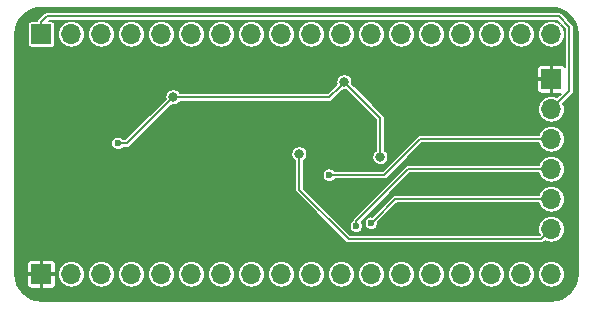
<source format=gbr>
G04 #@! TF.GenerationSoftware,KiCad,Pcbnew,(5.1.4)-1*
G04 #@! TF.CreationDate,2019-10-24T16:07:41-04:00*
G04 #@! TF.ProjectId,XC9536XL,58433935-3336-4584-9c2e-6b696361645f,B*
G04 #@! TF.SameCoordinates,Original*
G04 #@! TF.FileFunction,Copper,L2,Bot*
G04 #@! TF.FilePolarity,Positive*
%FSLAX46Y46*%
G04 Gerber Fmt 4.6, Leading zero omitted, Abs format (unit mm)*
G04 Created by KiCad (PCBNEW (5.1.4)-1) date 2019-10-24 16:07:41*
%MOMM*%
%LPD*%
G04 APERTURE LIST*
%ADD10O,1.700000X1.700000*%
%ADD11R,1.700000X1.700000*%
%ADD12C,0.800000*%
%ADD13C,0.600000*%
%ADD14C,0.200000*%
%ADD15C,0.150000*%
G04 APERTURE END LIST*
D10*
X114300000Y-52070000D03*
X114300000Y-49530000D03*
X114300000Y-46990000D03*
X114300000Y-44450000D03*
X114300000Y-41910000D03*
D11*
X114300000Y-39370000D03*
D10*
X114300000Y-55880000D03*
X111760000Y-55880000D03*
X109220000Y-55880000D03*
X106680000Y-55880000D03*
X104140000Y-55880000D03*
X101600000Y-55880000D03*
X99060000Y-55880000D03*
X96520000Y-55880000D03*
X93980000Y-55880000D03*
X91440000Y-55880000D03*
X88900000Y-55880000D03*
X86360000Y-55880000D03*
X83820000Y-55880000D03*
X81280000Y-55880000D03*
X78740000Y-55880000D03*
X76200000Y-55880000D03*
X73660000Y-55880000D03*
D11*
X71120000Y-55880000D03*
D10*
X114300000Y-35560000D03*
X111760000Y-35560000D03*
X109220000Y-35560000D03*
X106680000Y-35560000D03*
X104140000Y-35560000D03*
X101600000Y-35560000D03*
X99060000Y-35560000D03*
X96520000Y-35560000D03*
X93980000Y-35560000D03*
X91440000Y-35560000D03*
X88900000Y-35560000D03*
X86360000Y-35560000D03*
X83820000Y-35560000D03*
X81280000Y-35560000D03*
X78740000Y-35560000D03*
X76200000Y-35560000D03*
X73660000Y-35560000D03*
D11*
X71120000Y-35560000D03*
D12*
X102200000Y-48000000D03*
X83820000Y-39624000D03*
X75600000Y-47800000D03*
X74400000Y-43000000D03*
X95600000Y-45200000D03*
X93400000Y-41800000D03*
X89800000Y-49600000D03*
X95250000Y-53086000D03*
X84582000Y-53086000D03*
X97790000Y-38100000D03*
D13*
X77600000Y-44800000D03*
D12*
X82296000Y-40894000D03*
X96774000Y-39624000D03*
X99822000Y-45974018D03*
X92964000Y-45720010D03*
D13*
X99060000Y-51562000D03*
X97790000Y-51816000D03*
X95504002Y-47498010D03*
D14*
X77600000Y-44800000D02*
X78390000Y-44800000D01*
X78390000Y-44800000D02*
X82296000Y-40894000D01*
X82296000Y-40894000D02*
X95504000Y-40894000D01*
X96374001Y-40023999D02*
X96774000Y-39624000D01*
X95504000Y-40894000D02*
X96374001Y-40023999D01*
X96774000Y-39624000D02*
X99822000Y-42672000D01*
X99822000Y-42672000D02*
X99822000Y-45408333D01*
X99822000Y-45408333D02*
X99822000Y-45974018D01*
X71120000Y-34510000D02*
X71594000Y-34036000D01*
X71120000Y-35560000D02*
X71120000Y-34510000D01*
X71594000Y-34036000D02*
X114897001Y-34036000D01*
X114897001Y-34036000D02*
X115824000Y-34962999D01*
X115824000Y-34962999D02*
X115824000Y-40386000D01*
X115824000Y-40386000D02*
X114300000Y-41910000D01*
D15*
X92964000Y-46285695D02*
X92964000Y-45720010D01*
X92964000Y-48768000D02*
X92964000Y-46285695D01*
X97115999Y-52919999D02*
X92964000Y-48768000D01*
X114300000Y-52070000D02*
X113450001Y-52919999D01*
X113450001Y-52919999D02*
X97115999Y-52919999D01*
X99359999Y-51262001D02*
X99060000Y-51562000D01*
X101092000Y-49530000D02*
X99359999Y-51262001D01*
X114300000Y-49530000D02*
X101092000Y-49530000D01*
X114300000Y-46990000D02*
X102191736Y-46990000D01*
X102191736Y-46990000D02*
X97790000Y-51391736D01*
X97790000Y-51391736D02*
X97790000Y-51816000D01*
X100159711Y-47498010D02*
X95928266Y-47498010D01*
X95928266Y-47498010D02*
X95504002Y-47498010D01*
X114300000Y-44450000D02*
X103207721Y-44450000D01*
X103207721Y-44450000D02*
X100159711Y-47498010D01*
G36*
X114734804Y-33364071D02*
G01*
X115153052Y-33490348D01*
X115538802Y-33695455D01*
X115877369Y-33971585D01*
X116155850Y-34308211D01*
X116363647Y-34692523D01*
X116492838Y-35109871D01*
X116539993Y-35558520D01*
X116540000Y-35560477D01*
X116540001Y-55865319D01*
X116495929Y-56314803D01*
X116369652Y-56733052D01*
X116164547Y-57118800D01*
X115888418Y-57457367D01*
X115551789Y-57735850D01*
X115167478Y-57943646D01*
X114750129Y-58072838D01*
X114301480Y-58119993D01*
X114299523Y-58120000D01*
X71134670Y-58120000D01*
X70685197Y-58075929D01*
X70266948Y-57949652D01*
X69881200Y-57744547D01*
X69542633Y-57468418D01*
X69264150Y-57131789D01*
X69056354Y-56747478D01*
X69050944Y-56730000D01*
X69893186Y-56730000D01*
X69900426Y-56803513D01*
X69921869Y-56874200D01*
X69956691Y-56939347D01*
X70003552Y-56996448D01*
X70060653Y-57043309D01*
X70125800Y-57078131D01*
X70196487Y-57099574D01*
X70270000Y-57106814D01*
X70951250Y-57105000D01*
X71045000Y-57011250D01*
X71045000Y-55955000D01*
X71195000Y-55955000D01*
X71195000Y-57011250D01*
X71288750Y-57105000D01*
X71970000Y-57106814D01*
X72043513Y-57099574D01*
X72114200Y-57078131D01*
X72179347Y-57043309D01*
X72236448Y-56996448D01*
X72283309Y-56939347D01*
X72318131Y-56874200D01*
X72339574Y-56803513D01*
X72346814Y-56730000D01*
X72345000Y-56048750D01*
X72251250Y-55955000D01*
X71195000Y-55955000D01*
X71045000Y-55955000D01*
X69988750Y-55955000D01*
X69895000Y-56048750D01*
X69893186Y-56730000D01*
X69050944Y-56730000D01*
X68927162Y-56330129D01*
X68880007Y-55881480D01*
X68880002Y-55880000D01*
X72529557Y-55880000D01*
X72551278Y-56100538D01*
X72615607Y-56312602D01*
X72720071Y-56508040D01*
X72860656Y-56679344D01*
X73031960Y-56819929D01*
X73227398Y-56924393D01*
X73439462Y-56988722D01*
X73604736Y-57005000D01*
X73715264Y-57005000D01*
X73880538Y-56988722D01*
X74092602Y-56924393D01*
X74288040Y-56819929D01*
X74459344Y-56679344D01*
X74599929Y-56508040D01*
X74704393Y-56312602D01*
X74768722Y-56100538D01*
X74790443Y-55880000D01*
X75069557Y-55880000D01*
X75091278Y-56100538D01*
X75155607Y-56312602D01*
X75260071Y-56508040D01*
X75400656Y-56679344D01*
X75571960Y-56819929D01*
X75767398Y-56924393D01*
X75979462Y-56988722D01*
X76144736Y-57005000D01*
X76255264Y-57005000D01*
X76420538Y-56988722D01*
X76632602Y-56924393D01*
X76828040Y-56819929D01*
X76999344Y-56679344D01*
X77139929Y-56508040D01*
X77244393Y-56312602D01*
X77308722Y-56100538D01*
X77330443Y-55880000D01*
X77609557Y-55880000D01*
X77631278Y-56100538D01*
X77695607Y-56312602D01*
X77800071Y-56508040D01*
X77940656Y-56679344D01*
X78111960Y-56819929D01*
X78307398Y-56924393D01*
X78519462Y-56988722D01*
X78684736Y-57005000D01*
X78795264Y-57005000D01*
X78960538Y-56988722D01*
X79172602Y-56924393D01*
X79368040Y-56819929D01*
X79539344Y-56679344D01*
X79679929Y-56508040D01*
X79784393Y-56312602D01*
X79848722Y-56100538D01*
X79870443Y-55880000D01*
X80149557Y-55880000D01*
X80171278Y-56100538D01*
X80235607Y-56312602D01*
X80340071Y-56508040D01*
X80480656Y-56679344D01*
X80651960Y-56819929D01*
X80847398Y-56924393D01*
X81059462Y-56988722D01*
X81224736Y-57005000D01*
X81335264Y-57005000D01*
X81500538Y-56988722D01*
X81712602Y-56924393D01*
X81908040Y-56819929D01*
X82079344Y-56679344D01*
X82219929Y-56508040D01*
X82324393Y-56312602D01*
X82388722Y-56100538D01*
X82410443Y-55880000D01*
X82689557Y-55880000D01*
X82711278Y-56100538D01*
X82775607Y-56312602D01*
X82880071Y-56508040D01*
X83020656Y-56679344D01*
X83191960Y-56819929D01*
X83387398Y-56924393D01*
X83599462Y-56988722D01*
X83764736Y-57005000D01*
X83875264Y-57005000D01*
X84040538Y-56988722D01*
X84252602Y-56924393D01*
X84448040Y-56819929D01*
X84619344Y-56679344D01*
X84759929Y-56508040D01*
X84864393Y-56312602D01*
X84928722Y-56100538D01*
X84950443Y-55880000D01*
X85229557Y-55880000D01*
X85251278Y-56100538D01*
X85315607Y-56312602D01*
X85420071Y-56508040D01*
X85560656Y-56679344D01*
X85731960Y-56819929D01*
X85927398Y-56924393D01*
X86139462Y-56988722D01*
X86304736Y-57005000D01*
X86415264Y-57005000D01*
X86580538Y-56988722D01*
X86792602Y-56924393D01*
X86988040Y-56819929D01*
X87159344Y-56679344D01*
X87299929Y-56508040D01*
X87404393Y-56312602D01*
X87468722Y-56100538D01*
X87490443Y-55880000D01*
X87769557Y-55880000D01*
X87791278Y-56100538D01*
X87855607Y-56312602D01*
X87960071Y-56508040D01*
X88100656Y-56679344D01*
X88271960Y-56819929D01*
X88467398Y-56924393D01*
X88679462Y-56988722D01*
X88844736Y-57005000D01*
X88955264Y-57005000D01*
X89120538Y-56988722D01*
X89332602Y-56924393D01*
X89528040Y-56819929D01*
X89699344Y-56679344D01*
X89839929Y-56508040D01*
X89944393Y-56312602D01*
X90008722Y-56100538D01*
X90030443Y-55880000D01*
X90309557Y-55880000D01*
X90331278Y-56100538D01*
X90395607Y-56312602D01*
X90500071Y-56508040D01*
X90640656Y-56679344D01*
X90811960Y-56819929D01*
X91007398Y-56924393D01*
X91219462Y-56988722D01*
X91384736Y-57005000D01*
X91495264Y-57005000D01*
X91660538Y-56988722D01*
X91872602Y-56924393D01*
X92068040Y-56819929D01*
X92239344Y-56679344D01*
X92379929Y-56508040D01*
X92484393Y-56312602D01*
X92548722Y-56100538D01*
X92570443Y-55880000D01*
X92849557Y-55880000D01*
X92871278Y-56100538D01*
X92935607Y-56312602D01*
X93040071Y-56508040D01*
X93180656Y-56679344D01*
X93351960Y-56819929D01*
X93547398Y-56924393D01*
X93759462Y-56988722D01*
X93924736Y-57005000D01*
X94035264Y-57005000D01*
X94200538Y-56988722D01*
X94412602Y-56924393D01*
X94608040Y-56819929D01*
X94779344Y-56679344D01*
X94919929Y-56508040D01*
X95024393Y-56312602D01*
X95088722Y-56100538D01*
X95110443Y-55880000D01*
X95389557Y-55880000D01*
X95411278Y-56100538D01*
X95475607Y-56312602D01*
X95580071Y-56508040D01*
X95720656Y-56679344D01*
X95891960Y-56819929D01*
X96087398Y-56924393D01*
X96299462Y-56988722D01*
X96464736Y-57005000D01*
X96575264Y-57005000D01*
X96740538Y-56988722D01*
X96952602Y-56924393D01*
X97148040Y-56819929D01*
X97319344Y-56679344D01*
X97459929Y-56508040D01*
X97564393Y-56312602D01*
X97628722Y-56100538D01*
X97650443Y-55880000D01*
X97929557Y-55880000D01*
X97951278Y-56100538D01*
X98015607Y-56312602D01*
X98120071Y-56508040D01*
X98260656Y-56679344D01*
X98431960Y-56819929D01*
X98627398Y-56924393D01*
X98839462Y-56988722D01*
X99004736Y-57005000D01*
X99115264Y-57005000D01*
X99280538Y-56988722D01*
X99492602Y-56924393D01*
X99688040Y-56819929D01*
X99859344Y-56679344D01*
X99999929Y-56508040D01*
X100104393Y-56312602D01*
X100168722Y-56100538D01*
X100190443Y-55880000D01*
X100469557Y-55880000D01*
X100491278Y-56100538D01*
X100555607Y-56312602D01*
X100660071Y-56508040D01*
X100800656Y-56679344D01*
X100971960Y-56819929D01*
X101167398Y-56924393D01*
X101379462Y-56988722D01*
X101544736Y-57005000D01*
X101655264Y-57005000D01*
X101820538Y-56988722D01*
X102032602Y-56924393D01*
X102228040Y-56819929D01*
X102399344Y-56679344D01*
X102539929Y-56508040D01*
X102644393Y-56312602D01*
X102708722Y-56100538D01*
X102730443Y-55880000D01*
X103009557Y-55880000D01*
X103031278Y-56100538D01*
X103095607Y-56312602D01*
X103200071Y-56508040D01*
X103340656Y-56679344D01*
X103511960Y-56819929D01*
X103707398Y-56924393D01*
X103919462Y-56988722D01*
X104084736Y-57005000D01*
X104195264Y-57005000D01*
X104360538Y-56988722D01*
X104572602Y-56924393D01*
X104768040Y-56819929D01*
X104939344Y-56679344D01*
X105079929Y-56508040D01*
X105184393Y-56312602D01*
X105248722Y-56100538D01*
X105270443Y-55880000D01*
X105549557Y-55880000D01*
X105571278Y-56100538D01*
X105635607Y-56312602D01*
X105740071Y-56508040D01*
X105880656Y-56679344D01*
X106051960Y-56819929D01*
X106247398Y-56924393D01*
X106459462Y-56988722D01*
X106624736Y-57005000D01*
X106735264Y-57005000D01*
X106900538Y-56988722D01*
X107112602Y-56924393D01*
X107308040Y-56819929D01*
X107479344Y-56679344D01*
X107619929Y-56508040D01*
X107724393Y-56312602D01*
X107788722Y-56100538D01*
X107810443Y-55880000D01*
X108089557Y-55880000D01*
X108111278Y-56100538D01*
X108175607Y-56312602D01*
X108280071Y-56508040D01*
X108420656Y-56679344D01*
X108591960Y-56819929D01*
X108787398Y-56924393D01*
X108999462Y-56988722D01*
X109164736Y-57005000D01*
X109275264Y-57005000D01*
X109440538Y-56988722D01*
X109652602Y-56924393D01*
X109848040Y-56819929D01*
X110019344Y-56679344D01*
X110159929Y-56508040D01*
X110264393Y-56312602D01*
X110328722Y-56100538D01*
X110350443Y-55880000D01*
X110629557Y-55880000D01*
X110651278Y-56100538D01*
X110715607Y-56312602D01*
X110820071Y-56508040D01*
X110960656Y-56679344D01*
X111131960Y-56819929D01*
X111327398Y-56924393D01*
X111539462Y-56988722D01*
X111704736Y-57005000D01*
X111815264Y-57005000D01*
X111980538Y-56988722D01*
X112192602Y-56924393D01*
X112388040Y-56819929D01*
X112559344Y-56679344D01*
X112699929Y-56508040D01*
X112804393Y-56312602D01*
X112868722Y-56100538D01*
X112890443Y-55880000D01*
X113169557Y-55880000D01*
X113191278Y-56100538D01*
X113255607Y-56312602D01*
X113360071Y-56508040D01*
X113500656Y-56679344D01*
X113671960Y-56819929D01*
X113867398Y-56924393D01*
X114079462Y-56988722D01*
X114244736Y-57005000D01*
X114355264Y-57005000D01*
X114520538Y-56988722D01*
X114732602Y-56924393D01*
X114928040Y-56819929D01*
X115099344Y-56679344D01*
X115239929Y-56508040D01*
X115344393Y-56312602D01*
X115408722Y-56100538D01*
X115430443Y-55880000D01*
X115408722Y-55659462D01*
X115344393Y-55447398D01*
X115239929Y-55251960D01*
X115099344Y-55080656D01*
X114928040Y-54940071D01*
X114732602Y-54835607D01*
X114520538Y-54771278D01*
X114355264Y-54755000D01*
X114244736Y-54755000D01*
X114079462Y-54771278D01*
X113867398Y-54835607D01*
X113671960Y-54940071D01*
X113500656Y-55080656D01*
X113360071Y-55251960D01*
X113255607Y-55447398D01*
X113191278Y-55659462D01*
X113169557Y-55880000D01*
X112890443Y-55880000D01*
X112868722Y-55659462D01*
X112804393Y-55447398D01*
X112699929Y-55251960D01*
X112559344Y-55080656D01*
X112388040Y-54940071D01*
X112192602Y-54835607D01*
X111980538Y-54771278D01*
X111815264Y-54755000D01*
X111704736Y-54755000D01*
X111539462Y-54771278D01*
X111327398Y-54835607D01*
X111131960Y-54940071D01*
X110960656Y-55080656D01*
X110820071Y-55251960D01*
X110715607Y-55447398D01*
X110651278Y-55659462D01*
X110629557Y-55880000D01*
X110350443Y-55880000D01*
X110328722Y-55659462D01*
X110264393Y-55447398D01*
X110159929Y-55251960D01*
X110019344Y-55080656D01*
X109848040Y-54940071D01*
X109652602Y-54835607D01*
X109440538Y-54771278D01*
X109275264Y-54755000D01*
X109164736Y-54755000D01*
X108999462Y-54771278D01*
X108787398Y-54835607D01*
X108591960Y-54940071D01*
X108420656Y-55080656D01*
X108280071Y-55251960D01*
X108175607Y-55447398D01*
X108111278Y-55659462D01*
X108089557Y-55880000D01*
X107810443Y-55880000D01*
X107788722Y-55659462D01*
X107724393Y-55447398D01*
X107619929Y-55251960D01*
X107479344Y-55080656D01*
X107308040Y-54940071D01*
X107112602Y-54835607D01*
X106900538Y-54771278D01*
X106735264Y-54755000D01*
X106624736Y-54755000D01*
X106459462Y-54771278D01*
X106247398Y-54835607D01*
X106051960Y-54940071D01*
X105880656Y-55080656D01*
X105740071Y-55251960D01*
X105635607Y-55447398D01*
X105571278Y-55659462D01*
X105549557Y-55880000D01*
X105270443Y-55880000D01*
X105248722Y-55659462D01*
X105184393Y-55447398D01*
X105079929Y-55251960D01*
X104939344Y-55080656D01*
X104768040Y-54940071D01*
X104572602Y-54835607D01*
X104360538Y-54771278D01*
X104195264Y-54755000D01*
X104084736Y-54755000D01*
X103919462Y-54771278D01*
X103707398Y-54835607D01*
X103511960Y-54940071D01*
X103340656Y-55080656D01*
X103200071Y-55251960D01*
X103095607Y-55447398D01*
X103031278Y-55659462D01*
X103009557Y-55880000D01*
X102730443Y-55880000D01*
X102708722Y-55659462D01*
X102644393Y-55447398D01*
X102539929Y-55251960D01*
X102399344Y-55080656D01*
X102228040Y-54940071D01*
X102032602Y-54835607D01*
X101820538Y-54771278D01*
X101655264Y-54755000D01*
X101544736Y-54755000D01*
X101379462Y-54771278D01*
X101167398Y-54835607D01*
X100971960Y-54940071D01*
X100800656Y-55080656D01*
X100660071Y-55251960D01*
X100555607Y-55447398D01*
X100491278Y-55659462D01*
X100469557Y-55880000D01*
X100190443Y-55880000D01*
X100168722Y-55659462D01*
X100104393Y-55447398D01*
X99999929Y-55251960D01*
X99859344Y-55080656D01*
X99688040Y-54940071D01*
X99492602Y-54835607D01*
X99280538Y-54771278D01*
X99115264Y-54755000D01*
X99004736Y-54755000D01*
X98839462Y-54771278D01*
X98627398Y-54835607D01*
X98431960Y-54940071D01*
X98260656Y-55080656D01*
X98120071Y-55251960D01*
X98015607Y-55447398D01*
X97951278Y-55659462D01*
X97929557Y-55880000D01*
X97650443Y-55880000D01*
X97628722Y-55659462D01*
X97564393Y-55447398D01*
X97459929Y-55251960D01*
X97319344Y-55080656D01*
X97148040Y-54940071D01*
X96952602Y-54835607D01*
X96740538Y-54771278D01*
X96575264Y-54755000D01*
X96464736Y-54755000D01*
X96299462Y-54771278D01*
X96087398Y-54835607D01*
X95891960Y-54940071D01*
X95720656Y-55080656D01*
X95580071Y-55251960D01*
X95475607Y-55447398D01*
X95411278Y-55659462D01*
X95389557Y-55880000D01*
X95110443Y-55880000D01*
X95088722Y-55659462D01*
X95024393Y-55447398D01*
X94919929Y-55251960D01*
X94779344Y-55080656D01*
X94608040Y-54940071D01*
X94412602Y-54835607D01*
X94200538Y-54771278D01*
X94035264Y-54755000D01*
X93924736Y-54755000D01*
X93759462Y-54771278D01*
X93547398Y-54835607D01*
X93351960Y-54940071D01*
X93180656Y-55080656D01*
X93040071Y-55251960D01*
X92935607Y-55447398D01*
X92871278Y-55659462D01*
X92849557Y-55880000D01*
X92570443Y-55880000D01*
X92548722Y-55659462D01*
X92484393Y-55447398D01*
X92379929Y-55251960D01*
X92239344Y-55080656D01*
X92068040Y-54940071D01*
X91872602Y-54835607D01*
X91660538Y-54771278D01*
X91495264Y-54755000D01*
X91384736Y-54755000D01*
X91219462Y-54771278D01*
X91007398Y-54835607D01*
X90811960Y-54940071D01*
X90640656Y-55080656D01*
X90500071Y-55251960D01*
X90395607Y-55447398D01*
X90331278Y-55659462D01*
X90309557Y-55880000D01*
X90030443Y-55880000D01*
X90008722Y-55659462D01*
X89944393Y-55447398D01*
X89839929Y-55251960D01*
X89699344Y-55080656D01*
X89528040Y-54940071D01*
X89332602Y-54835607D01*
X89120538Y-54771278D01*
X88955264Y-54755000D01*
X88844736Y-54755000D01*
X88679462Y-54771278D01*
X88467398Y-54835607D01*
X88271960Y-54940071D01*
X88100656Y-55080656D01*
X87960071Y-55251960D01*
X87855607Y-55447398D01*
X87791278Y-55659462D01*
X87769557Y-55880000D01*
X87490443Y-55880000D01*
X87468722Y-55659462D01*
X87404393Y-55447398D01*
X87299929Y-55251960D01*
X87159344Y-55080656D01*
X86988040Y-54940071D01*
X86792602Y-54835607D01*
X86580538Y-54771278D01*
X86415264Y-54755000D01*
X86304736Y-54755000D01*
X86139462Y-54771278D01*
X85927398Y-54835607D01*
X85731960Y-54940071D01*
X85560656Y-55080656D01*
X85420071Y-55251960D01*
X85315607Y-55447398D01*
X85251278Y-55659462D01*
X85229557Y-55880000D01*
X84950443Y-55880000D01*
X84928722Y-55659462D01*
X84864393Y-55447398D01*
X84759929Y-55251960D01*
X84619344Y-55080656D01*
X84448040Y-54940071D01*
X84252602Y-54835607D01*
X84040538Y-54771278D01*
X83875264Y-54755000D01*
X83764736Y-54755000D01*
X83599462Y-54771278D01*
X83387398Y-54835607D01*
X83191960Y-54940071D01*
X83020656Y-55080656D01*
X82880071Y-55251960D01*
X82775607Y-55447398D01*
X82711278Y-55659462D01*
X82689557Y-55880000D01*
X82410443Y-55880000D01*
X82388722Y-55659462D01*
X82324393Y-55447398D01*
X82219929Y-55251960D01*
X82079344Y-55080656D01*
X81908040Y-54940071D01*
X81712602Y-54835607D01*
X81500538Y-54771278D01*
X81335264Y-54755000D01*
X81224736Y-54755000D01*
X81059462Y-54771278D01*
X80847398Y-54835607D01*
X80651960Y-54940071D01*
X80480656Y-55080656D01*
X80340071Y-55251960D01*
X80235607Y-55447398D01*
X80171278Y-55659462D01*
X80149557Y-55880000D01*
X79870443Y-55880000D01*
X79848722Y-55659462D01*
X79784393Y-55447398D01*
X79679929Y-55251960D01*
X79539344Y-55080656D01*
X79368040Y-54940071D01*
X79172602Y-54835607D01*
X78960538Y-54771278D01*
X78795264Y-54755000D01*
X78684736Y-54755000D01*
X78519462Y-54771278D01*
X78307398Y-54835607D01*
X78111960Y-54940071D01*
X77940656Y-55080656D01*
X77800071Y-55251960D01*
X77695607Y-55447398D01*
X77631278Y-55659462D01*
X77609557Y-55880000D01*
X77330443Y-55880000D01*
X77308722Y-55659462D01*
X77244393Y-55447398D01*
X77139929Y-55251960D01*
X76999344Y-55080656D01*
X76828040Y-54940071D01*
X76632602Y-54835607D01*
X76420538Y-54771278D01*
X76255264Y-54755000D01*
X76144736Y-54755000D01*
X75979462Y-54771278D01*
X75767398Y-54835607D01*
X75571960Y-54940071D01*
X75400656Y-55080656D01*
X75260071Y-55251960D01*
X75155607Y-55447398D01*
X75091278Y-55659462D01*
X75069557Y-55880000D01*
X74790443Y-55880000D01*
X74768722Y-55659462D01*
X74704393Y-55447398D01*
X74599929Y-55251960D01*
X74459344Y-55080656D01*
X74288040Y-54940071D01*
X74092602Y-54835607D01*
X73880538Y-54771278D01*
X73715264Y-54755000D01*
X73604736Y-54755000D01*
X73439462Y-54771278D01*
X73227398Y-54835607D01*
X73031960Y-54940071D01*
X72860656Y-55080656D01*
X72720071Y-55251960D01*
X72615607Y-55447398D01*
X72551278Y-55659462D01*
X72529557Y-55880000D01*
X68880002Y-55880000D01*
X68880000Y-55879523D01*
X68880000Y-55030000D01*
X69893186Y-55030000D01*
X69895000Y-55711250D01*
X69988750Y-55805000D01*
X71045000Y-55805000D01*
X71045000Y-54748750D01*
X71195000Y-54748750D01*
X71195000Y-55805000D01*
X72251250Y-55805000D01*
X72345000Y-55711250D01*
X72346814Y-55030000D01*
X72339574Y-54956487D01*
X72318131Y-54885800D01*
X72283309Y-54820653D01*
X72236448Y-54763552D01*
X72179347Y-54716691D01*
X72114200Y-54681869D01*
X72043513Y-54660426D01*
X71970000Y-54653186D01*
X71288750Y-54655000D01*
X71195000Y-54748750D01*
X71045000Y-54748750D01*
X70951250Y-54655000D01*
X70270000Y-54653186D01*
X70196487Y-54660426D01*
X70125800Y-54681869D01*
X70060653Y-54716691D01*
X70003552Y-54763552D01*
X69956691Y-54820653D01*
X69921869Y-54885800D01*
X69900426Y-54956487D01*
X69893186Y-55030000D01*
X68880000Y-55030000D01*
X68880000Y-45653528D01*
X92289000Y-45653528D01*
X92289000Y-45786492D01*
X92314940Y-45916900D01*
X92365823Y-46039742D01*
X92439693Y-46150297D01*
X92533713Y-46244317D01*
X92614000Y-46297963D01*
X92614000Y-46302883D01*
X92614001Y-46302893D01*
X92614000Y-48750812D01*
X92612307Y-48768000D01*
X92614000Y-48785188D01*
X92619065Y-48836611D01*
X92639078Y-48902586D01*
X92671578Y-48963389D01*
X92715315Y-49016684D01*
X92728676Y-49027649D01*
X96856355Y-53155330D01*
X96867314Y-53168684D01*
X96920609Y-53212421D01*
X96981412Y-53244921D01*
X97047387Y-53264934D01*
X97098810Y-53269999D01*
X97098812Y-53269999D01*
X97115998Y-53271692D01*
X97133184Y-53269999D01*
X113432813Y-53269999D01*
X113450001Y-53271692D01*
X113467189Y-53269999D01*
X113467190Y-53269999D01*
X113518613Y-53264934D01*
X113584588Y-53244921D01*
X113645391Y-53212421D01*
X113698686Y-53168684D01*
X113709654Y-53155319D01*
X113791271Y-53073702D01*
X113867398Y-53114393D01*
X114079462Y-53178722D01*
X114244736Y-53195000D01*
X114355264Y-53195000D01*
X114520538Y-53178722D01*
X114732602Y-53114393D01*
X114928040Y-53009929D01*
X115099344Y-52869344D01*
X115239929Y-52698040D01*
X115344393Y-52502602D01*
X115408722Y-52290538D01*
X115430443Y-52070000D01*
X115408722Y-51849462D01*
X115344393Y-51637398D01*
X115239929Y-51441960D01*
X115099344Y-51270656D01*
X114928040Y-51130071D01*
X114732602Y-51025607D01*
X114520538Y-50961278D01*
X114355264Y-50945000D01*
X114244736Y-50945000D01*
X114079462Y-50961278D01*
X113867398Y-51025607D01*
X113671960Y-51130071D01*
X113500656Y-51270656D01*
X113360071Y-51441960D01*
X113255607Y-51637398D01*
X113191278Y-51849462D01*
X113169557Y-52070000D01*
X113191278Y-52290538D01*
X113255607Y-52502602D01*
X113291632Y-52569999D01*
X97260974Y-52569999D01*
X96450342Y-51759367D01*
X97215000Y-51759367D01*
X97215000Y-51872633D01*
X97237097Y-51983721D01*
X97280442Y-52088365D01*
X97343368Y-52182541D01*
X97423459Y-52262632D01*
X97517635Y-52325558D01*
X97622279Y-52368903D01*
X97733367Y-52391000D01*
X97846633Y-52391000D01*
X97957721Y-52368903D01*
X98062365Y-52325558D01*
X98156541Y-52262632D01*
X98236632Y-52182541D01*
X98299558Y-52088365D01*
X98342903Y-51983721D01*
X98365000Y-51872633D01*
X98365000Y-51759367D01*
X98342903Y-51648279D01*
X98299558Y-51543635D01*
X98273989Y-51505367D01*
X98485000Y-51505367D01*
X98485000Y-51618633D01*
X98507097Y-51729721D01*
X98550442Y-51834365D01*
X98613368Y-51928541D01*
X98693459Y-52008632D01*
X98787635Y-52071558D01*
X98892279Y-52114903D01*
X99003367Y-52137000D01*
X99116633Y-52137000D01*
X99227721Y-52114903D01*
X99332365Y-52071558D01*
X99426541Y-52008632D01*
X99506632Y-51928541D01*
X99569558Y-51834365D01*
X99612903Y-51729721D01*
X99635000Y-51618633D01*
X99635000Y-51505367D01*
X99631119Y-51485854D01*
X101236975Y-49880000D01*
X113230550Y-49880000D01*
X113255607Y-49962602D01*
X113360071Y-50158040D01*
X113500656Y-50329344D01*
X113671960Y-50469929D01*
X113867398Y-50574393D01*
X114079462Y-50638722D01*
X114244736Y-50655000D01*
X114355264Y-50655000D01*
X114520538Y-50638722D01*
X114732602Y-50574393D01*
X114928040Y-50469929D01*
X115099344Y-50329344D01*
X115239929Y-50158040D01*
X115344393Y-49962602D01*
X115408722Y-49750538D01*
X115430443Y-49530000D01*
X115408722Y-49309462D01*
X115344393Y-49097398D01*
X115239929Y-48901960D01*
X115099344Y-48730656D01*
X114928040Y-48590071D01*
X114732602Y-48485607D01*
X114520538Y-48421278D01*
X114355264Y-48405000D01*
X114244736Y-48405000D01*
X114079462Y-48421278D01*
X113867398Y-48485607D01*
X113671960Y-48590071D01*
X113500656Y-48730656D01*
X113360071Y-48901960D01*
X113255607Y-49097398D01*
X113230550Y-49180000D01*
X101109185Y-49180000D01*
X101091999Y-49178307D01*
X101074813Y-49180000D01*
X101074811Y-49180000D01*
X101023388Y-49185065D01*
X100957413Y-49205078D01*
X100896610Y-49237578D01*
X100843315Y-49281315D01*
X100832355Y-49294670D01*
X99136146Y-50990881D01*
X99116633Y-50987000D01*
X99003367Y-50987000D01*
X98892279Y-51009097D01*
X98787635Y-51052442D01*
X98693459Y-51115368D01*
X98613368Y-51195459D01*
X98550442Y-51289635D01*
X98507097Y-51394279D01*
X98485000Y-51505367D01*
X98273989Y-51505367D01*
X98236632Y-51449459D01*
X98231941Y-51444768D01*
X102336711Y-47340000D01*
X113230550Y-47340000D01*
X113255607Y-47422602D01*
X113360071Y-47618040D01*
X113500656Y-47789344D01*
X113671960Y-47929929D01*
X113867398Y-48034393D01*
X114079462Y-48098722D01*
X114244736Y-48115000D01*
X114355264Y-48115000D01*
X114520538Y-48098722D01*
X114732602Y-48034393D01*
X114928040Y-47929929D01*
X115099344Y-47789344D01*
X115239929Y-47618040D01*
X115344393Y-47422602D01*
X115408722Y-47210538D01*
X115430443Y-46990000D01*
X115408722Y-46769462D01*
X115344393Y-46557398D01*
X115239929Y-46361960D01*
X115099344Y-46190656D01*
X114928040Y-46050071D01*
X114732602Y-45945607D01*
X114520538Y-45881278D01*
X114355264Y-45865000D01*
X114244736Y-45865000D01*
X114079462Y-45881278D01*
X113867398Y-45945607D01*
X113671960Y-46050071D01*
X113500656Y-46190656D01*
X113360071Y-46361960D01*
X113255607Y-46557398D01*
X113230550Y-46640000D01*
X102208925Y-46640000D01*
X102191736Y-46638307D01*
X102174547Y-46640000D01*
X102123124Y-46645065D01*
X102057149Y-46665078D01*
X101996346Y-46697578D01*
X101943051Y-46741315D01*
X101932092Y-46754669D01*
X97554676Y-51132087D01*
X97541315Y-51143052D01*
X97497578Y-51196347D01*
X97465078Y-51257150D01*
X97455224Y-51289635D01*
X97445065Y-51323125D01*
X97441711Y-51357172D01*
X97423459Y-51369368D01*
X97343368Y-51449459D01*
X97280442Y-51543635D01*
X97237097Y-51648279D01*
X97215000Y-51759367D01*
X96450342Y-51759367D01*
X93314000Y-48623027D01*
X93314000Y-47441377D01*
X94929002Y-47441377D01*
X94929002Y-47554643D01*
X94951099Y-47665731D01*
X94994444Y-47770375D01*
X95057370Y-47864551D01*
X95137461Y-47944642D01*
X95231637Y-48007568D01*
X95336281Y-48050913D01*
X95447369Y-48073010D01*
X95560635Y-48073010D01*
X95671723Y-48050913D01*
X95776367Y-48007568D01*
X95870543Y-47944642D01*
X95950634Y-47864551D01*
X95961686Y-47848010D01*
X100142523Y-47848010D01*
X100159711Y-47849703D01*
X100176899Y-47848010D01*
X100176900Y-47848010D01*
X100228323Y-47842945D01*
X100294298Y-47822932D01*
X100355101Y-47790432D01*
X100408396Y-47746695D01*
X100419365Y-47733329D01*
X103352695Y-44800000D01*
X113230550Y-44800000D01*
X113255607Y-44882602D01*
X113360071Y-45078040D01*
X113500656Y-45249344D01*
X113671960Y-45389929D01*
X113867398Y-45494393D01*
X114079462Y-45558722D01*
X114244736Y-45575000D01*
X114355264Y-45575000D01*
X114520538Y-45558722D01*
X114732602Y-45494393D01*
X114928040Y-45389929D01*
X115099344Y-45249344D01*
X115239929Y-45078040D01*
X115344393Y-44882602D01*
X115408722Y-44670538D01*
X115430443Y-44450000D01*
X115408722Y-44229462D01*
X115344393Y-44017398D01*
X115239929Y-43821960D01*
X115099344Y-43650656D01*
X114928040Y-43510071D01*
X114732602Y-43405607D01*
X114520538Y-43341278D01*
X114355264Y-43325000D01*
X114244736Y-43325000D01*
X114079462Y-43341278D01*
X113867398Y-43405607D01*
X113671960Y-43510071D01*
X113500656Y-43650656D01*
X113360071Y-43821960D01*
X113255607Y-44017398D01*
X113230550Y-44100000D01*
X103224909Y-44100000D01*
X103207720Y-44098307D01*
X103139108Y-44105065D01*
X103119095Y-44111136D01*
X103073134Y-44125078D01*
X103012331Y-44157578D01*
X102959036Y-44201315D01*
X102948072Y-44214675D01*
X100014738Y-47148010D01*
X95961686Y-47148010D01*
X95950634Y-47131469D01*
X95870543Y-47051378D01*
X95776367Y-46988452D01*
X95671723Y-46945107D01*
X95560635Y-46923010D01*
X95447369Y-46923010D01*
X95336281Y-46945107D01*
X95231637Y-46988452D01*
X95137461Y-47051378D01*
X95057370Y-47131469D01*
X94994444Y-47225645D01*
X94951099Y-47330289D01*
X94929002Y-47441377D01*
X93314000Y-47441377D01*
X93314000Y-46297963D01*
X93394287Y-46244317D01*
X93488307Y-46150297D01*
X93562177Y-46039742D01*
X93613060Y-45916900D01*
X93639000Y-45786492D01*
X93639000Y-45653528D01*
X93613060Y-45523120D01*
X93562177Y-45400278D01*
X93488307Y-45289723D01*
X93394287Y-45195703D01*
X93283732Y-45121833D01*
X93160890Y-45070950D01*
X93030482Y-45045010D01*
X92897518Y-45045010D01*
X92767110Y-45070950D01*
X92644268Y-45121833D01*
X92533713Y-45195703D01*
X92439693Y-45289723D01*
X92365823Y-45400278D01*
X92314940Y-45523120D01*
X92289000Y-45653528D01*
X68880000Y-45653528D01*
X68880000Y-44743367D01*
X77025000Y-44743367D01*
X77025000Y-44856633D01*
X77047097Y-44967721D01*
X77090442Y-45072365D01*
X77153368Y-45166541D01*
X77233459Y-45246632D01*
X77327635Y-45309558D01*
X77432279Y-45352903D01*
X77543367Y-45375000D01*
X77656633Y-45375000D01*
X77767721Y-45352903D01*
X77872365Y-45309558D01*
X77966541Y-45246632D01*
X78038173Y-45175000D01*
X78371584Y-45175000D01*
X78390000Y-45176814D01*
X78408416Y-45175000D01*
X78408419Y-45175000D01*
X78463513Y-45169574D01*
X78534200Y-45148131D01*
X78599347Y-45113309D01*
X78656448Y-45066448D01*
X78668195Y-45052134D01*
X82164302Y-41556028D01*
X82229518Y-41569000D01*
X82362482Y-41569000D01*
X82492890Y-41543060D01*
X82615732Y-41492177D01*
X82726287Y-41418307D01*
X82820307Y-41324287D01*
X82857248Y-41269000D01*
X95485584Y-41269000D01*
X95504000Y-41270814D01*
X95522416Y-41269000D01*
X95522419Y-41269000D01*
X95577513Y-41263574D01*
X95648200Y-41242131D01*
X95713347Y-41207309D01*
X95770448Y-41160448D01*
X95782195Y-41146134D01*
X96642302Y-40286028D01*
X96707518Y-40299000D01*
X96840482Y-40299000D01*
X96905698Y-40286028D01*
X99447000Y-42827330D01*
X99447001Y-45389905D01*
X99447000Y-45389915D01*
X99447000Y-45412770D01*
X99391713Y-45449711D01*
X99297693Y-45543731D01*
X99223823Y-45654286D01*
X99172940Y-45777128D01*
X99147000Y-45907536D01*
X99147000Y-46040500D01*
X99172940Y-46170908D01*
X99223823Y-46293750D01*
X99297693Y-46404305D01*
X99391713Y-46498325D01*
X99502268Y-46572195D01*
X99625110Y-46623078D01*
X99755518Y-46649018D01*
X99888482Y-46649018D01*
X100018890Y-46623078D01*
X100141732Y-46572195D01*
X100252287Y-46498325D01*
X100346307Y-46404305D01*
X100420177Y-46293750D01*
X100471060Y-46170908D01*
X100497000Y-46040500D01*
X100497000Y-45907536D01*
X100471060Y-45777128D01*
X100420177Y-45654286D01*
X100346307Y-45543731D01*
X100252287Y-45449711D01*
X100197000Y-45412770D01*
X100197000Y-42690416D01*
X100198814Y-42672000D01*
X100197000Y-42653581D01*
X100191574Y-42598487D01*
X100170131Y-42527800D01*
X100135309Y-42462653D01*
X100088448Y-42405552D01*
X100074140Y-42393810D01*
X97900330Y-40220000D01*
X113073186Y-40220000D01*
X113080426Y-40293513D01*
X113101869Y-40364200D01*
X113136691Y-40429347D01*
X113183552Y-40486448D01*
X113240653Y-40533309D01*
X113305800Y-40568131D01*
X113376487Y-40589574D01*
X113450000Y-40596814D01*
X114131250Y-40595000D01*
X114225000Y-40501250D01*
X114225000Y-39445000D01*
X113168750Y-39445000D01*
X113075000Y-39538750D01*
X113073186Y-40220000D01*
X97900330Y-40220000D01*
X97436028Y-39755698D01*
X97449000Y-39690482D01*
X97449000Y-39557518D01*
X97423060Y-39427110D01*
X97372177Y-39304268D01*
X97298307Y-39193713D01*
X97204287Y-39099693D01*
X97093732Y-39025823D01*
X96970890Y-38974940D01*
X96840482Y-38949000D01*
X96707518Y-38949000D01*
X96577110Y-38974940D01*
X96454268Y-39025823D01*
X96343713Y-39099693D01*
X96249693Y-39193713D01*
X96175823Y-39304268D01*
X96124940Y-39427110D01*
X96099000Y-39557518D01*
X96099000Y-39690482D01*
X96111972Y-39755698D01*
X95348671Y-40519000D01*
X82857248Y-40519000D01*
X82820307Y-40463713D01*
X82726287Y-40369693D01*
X82615732Y-40295823D01*
X82492890Y-40244940D01*
X82362482Y-40219000D01*
X82229518Y-40219000D01*
X82099110Y-40244940D01*
X81976268Y-40295823D01*
X81865713Y-40369693D01*
X81771693Y-40463713D01*
X81697823Y-40574268D01*
X81646940Y-40697110D01*
X81621000Y-40827518D01*
X81621000Y-40960482D01*
X81633972Y-41025698D01*
X78234671Y-44425000D01*
X78038173Y-44425000D01*
X77966541Y-44353368D01*
X77872365Y-44290442D01*
X77767721Y-44247097D01*
X77656633Y-44225000D01*
X77543367Y-44225000D01*
X77432279Y-44247097D01*
X77327635Y-44290442D01*
X77233459Y-44353368D01*
X77153368Y-44433459D01*
X77090442Y-44527635D01*
X77047097Y-44632279D01*
X77025000Y-44743367D01*
X68880000Y-44743367D01*
X68880000Y-38520000D01*
X113073186Y-38520000D01*
X113075000Y-39201250D01*
X113168750Y-39295000D01*
X114225000Y-39295000D01*
X114225000Y-38238750D01*
X114131250Y-38145000D01*
X113450000Y-38143186D01*
X113376487Y-38150426D01*
X113305800Y-38171869D01*
X113240653Y-38206691D01*
X113183552Y-38253552D01*
X113136691Y-38310653D01*
X113101869Y-38375800D01*
X113080426Y-38446487D01*
X113073186Y-38520000D01*
X68880000Y-38520000D01*
X68880000Y-35574670D01*
X68924071Y-35125196D01*
X69049426Y-34710000D01*
X69993670Y-34710000D01*
X69993670Y-36410000D01*
X69998980Y-36463909D01*
X70014704Y-36515747D01*
X70040240Y-36563521D01*
X70074605Y-36605395D01*
X70116479Y-36639760D01*
X70164253Y-36665296D01*
X70216091Y-36681020D01*
X70270000Y-36686330D01*
X71970000Y-36686330D01*
X72023909Y-36681020D01*
X72075747Y-36665296D01*
X72123521Y-36639760D01*
X72165395Y-36605395D01*
X72199760Y-36563521D01*
X72225296Y-36515747D01*
X72241020Y-36463909D01*
X72246330Y-36410000D01*
X72246330Y-35560000D01*
X72529557Y-35560000D01*
X72551278Y-35780538D01*
X72615607Y-35992602D01*
X72720071Y-36188040D01*
X72860656Y-36359344D01*
X73031960Y-36499929D01*
X73227398Y-36604393D01*
X73439462Y-36668722D01*
X73604736Y-36685000D01*
X73715264Y-36685000D01*
X73880538Y-36668722D01*
X74092602Y-36604393D01*
X74288040Y-36499929D01*
X74459344Y-36359344D01*
X74599929Y-36188040D01*
X74704393Y-35992602D01*
X74768722Y-35780538D01*
X74790443Y-35560000D01*
X75069557Y-35560000D01*
X75091278Y-35780538D01*
X75155607Y-35992602D01*
X75260071Y-36188040D01*
X75400656Y-36359344D01*
X75571960Y-36499929D01*
X75767398Y-36604393D01*
X75979462Y-36668722D01*
X76144736Y-36685000D01*
X76255264Y-36685000D01*
X76420538Y-36668722D01*
X76632602Y-36604393D01*
X76828040Y-36499929D01*
X76999344Y-36359344D01*
X77139929Y-36188040D01*
X77244393Y-35992602D01*
X77308722Y-35780538D01*
X77330443Y-35560000D01*
X77609557Y-35560000D01*
X77631278Y-35780538D01*
X77695607Y-35992602D01*
X77800071Y-36188040D01*
X77940656Y-36359344D01*
X78111960Y-36499929D01*
X78307398Y-36604393D01*
X78519462Y-36668722D01*
X78684736Y-36685000D01*
X78795264Y-36685000D01*
X78960538Y-36668722D01*
X79172602Y-36604393D01*
X79368040Y-36499929D01*
X79539344Y-36359344D01*
X79679929Y-36188040D01*
X79784393Y-35992602D01*
X79848722Y-35780538D01*
X79870443Y-35560000D01*
X80149557Y-35560000D01*
X80171278Y-35780538D01*
X80235607Y-35992602D01*
X80340071Y-36188040D01*
X80480656Y-36359344D01*
X80651960Y-36499929D01*
X80847398Y-36604393D01*
X81059462Y-36668722D01*
X81224736Y-36685000D01*
X81335264Y-36685000D01*
X81500538Y-36668722D01*
X81712602Y-36604393D01*
X81908040Y-36499929D01*
X82079344Y-36359344D01*
X82219929Y-36188040D01*
X82324393Y-35992602D01*
X82388722Y-35780538D01*
X82410443Y-35560000D01*
X82689557Y-35560000D01*
X82711278Y-35780538D01*
X82775607Y-35992602D01*
X82880071Y-36188040D01*
X83020656Y-36359344D01*
X83191960Y-36499929D01*
X83387398Y-36604393D01*
X83599462Y-36668722D01*
X83764736Y-36685000D01*
X83875264Y-36685000D01*
X84040538Y-36668722D01*
X84252602Y-36604393D01*
X84448040Y-36499929D01*
X84619344Y-36359344D01*
X84759929Y-36188040D01*
X84864393Y-35992602D01*
X84928722Y-35780538D01*
X84950443Y-35560000D01*
X85229557Y-35560000D01*
X85251278Y-35780538D01*
X85315607Y-35992602D01*
X85420071Y-36188040D01*
X85560656Y-36359344D01*
X85731960Y-36499929D01*
X85927398Y-36604393D01*
X86139462Y-36668722D01*
X86304736Y-36685000D01*
X86415264Y-36685000D01*
X86580538Y-36668722D01*
X86792602Y-36604393D01*
X86988040Y-36499929D01*
X87159344Y-36359344D01*
X87299929Y-36188040D01*
X87404393Y-35992602D01*
X87468722Y-35780538D01*
X87490443Y-35560000D01*
X87769557Y-35560000D01*
X87791278Y-35780538D01*
X87855607Y-35992602D01*
X87960071Y-36188040D01*
X88100656Y-36359344D01*
X88271960Y-36499929D01*
X88467398Y-36604393D01*
X88679462Y-36668722D01*
X88844736Y-36685000D01*
X88955264Y-36685000D01*
X89120538Y-36668722D01*
X89332602Y-36604393D01*
X89528040Y-36499929D01*
X89699344Y-36359344D01*
X89839929Y-36188040D01*
X89944393Y-35992602D01*
X90008722Y-35780538D01*
X90030443Y-35560000D01*
X90309557Y-35560000D01*
X90331278Y-35780538D01*
X90395607Y-35992602D01*
X90500071Y-36188040D01*
X90640656Y-36359344D01*
X90811960Y-36499929D01*
X91007398Y-36604393D01*
X91219462Y-36668722D01*
X91384736Y-36685000D01*
X91495264Y-36685000D01*
X91660538Y-36668722D01*
X91872602Y-36604393D01*
X92068040Y-36499929D01*
X92239344Y-36359344D01*
X92379929Y-36188040D01*
X92484393Y-35992602D01*
X92548722Y-35780538D01*
X92570443Y-35560000D01*
X92849557Y-35560000D01*
X92871278Y-35780538D01*
X92935607Y-35992602D01*
X93040071Y-36188040D01*
X93180656Y-36359344D01*
X93351960Y-36499929D01*
X93547398Y-36604393D01*
X93759462Y-36668722D01*
X93924736Y-36685000D01*
X94035264Y-36685000D01*
X94200538Y-36668722D01*
X94412602Y-36604393D01*
X94608040Y-36499929D01*
X94779344Y-36359344D01*
X94919929Y-36188040D01*
X95024393Y-35992602D01*
X95088722Y-35780538D01*
X95110443Y-35560000D01*
X95389557Y-35560000D01*
X95411278Y-35780538D01*
X95475607Y-35992602D01*
X95580071Y-36188040D01*
X95720656Y-36359344D01*
X95891960Y-36499929D01*
X96087398Y-36604393D01*
X96299462Y-36668722D01*
X96464736Y-36685000D01*
X96575264Y-36685000D01*
X96740538Y-36668722D01*
X96952602Y-36604393D01*
X97148040Y-36499929D01*
X97319344Y-36359344D01*
X97459929Y-36188040D01*
X97564393Y-35992602D01*
X97628722Y-35780538D01*
X97650443Y-35560000D01*
X97929557Y-35560000D01*
X97951278Y-35780538D01*
X98015607Y-35992602D01*
X98120071Y-36188040D01*
X98260656Y-36359344D01*
X98431960Y-36499929D01*
X98627398Y-36604393D01*
X98839462Y-36668722D01*
X99004736Y-36685000D01*
X99115264Y-36685000D01*
X99280538Y-36668722D01*
X99492602Y-36604393D01*
X99688040Y-36499929D01*
X99859344Y-36359344D01*
X99999929Y-36188040D01*
X100104393Y-35992602D01*
X100168722Y-35780538D01*
X100190443Y-35560000D01*
X100469557Y-35560000D01*
X100491278Y-35780538D01*
X100555607Y-35992602D01*
X100660071Y-36188040D01*
X100800656Y-36359344D01*
X100971960Y-36499929D01*
X101167398Y-36604393D01*
X101379462Y-36668722D01*
X101544736Y-36685000D01*
X101655264Y-36685000D01*
X101820538Y-36668722D01*
X102032602Y-36604393D01*
X102228040Y-36499929D01*
X102399344Y-36359344D01*
X102539929Y-36188040D01*
X102644393Y-35992602D01*
X102708722Y-35780538D01*
X102730443Y-35560000D01*
X103009557Y-35560000D01*
X103031278Y-35780538D01*
X103095607Y-35992602D01*
X103200071Y-36188040D01*
X103340656Y-36359344D01*
X103511960Y-36499929D01*
X103707398Y-36604393D01*
X103919462Y-36668722D01*
X104084736Y-36685000D01*
X104195264Y-36685000D01*
X104360538Y-36668722D01*
X104572602Y-36604393D01*
X104768040Y-36499929D01*
X104939344Y-36359344D01*
X105079929Y-36188040D01*
X105184393Y-35992602D01*
X105248722Y-35780538D01*
X105270443Y-35560000D01*
X105549557Y-35560000D01*
X105571278Y-35780538D01*
X105635607Y-35992602D01*
X105740071Y-36188040D01*
X105880656Y-36359344D01*
X106051960Y-36499929D01*
X106247398Y-36604393D01*
X106459462Y-36668722D01*
X106624736Y-36685000D01*
X106735264Y-36685000D01*
X106900538Y-36668722D01*
X107112602Y-36604393D01*
X107308040Y-36499929D01*
X107479344Y-36359344D01*
X107619929Y-36188040D01*
X107724393Y-35992602D01*
X107788722Y-35780538D01*
X107810443Y-35560000D01*
X108089557Y-35560000D01*
X108111278Y-35780538D01*
X108175607Y-35992602D01*
X108280071Y-36188040D01*
X108420656Y-36359344D01*
X108591960Y-36499929D01*
X108787398Y-36604393D01*
X108999462Y-36668722D01*
X109164736Y-36685000D01*
X109275264Y-36685000D01*
X109440538Y-36668722D01*
X109652602Y-36604393D01*
X109848040Y-36499929D01*
X110019344Y-36359344D01*
X110159929Y-36188040D01*
X110264393Y-35992602D01*
X110328722Y-35780538D01*
X110350443Y-35560000D01*
X110629557Y-35560000D01*
X110651278Y-35780538D01*
X110715607Y-35992602D01*
X110820071Y-36188040D01*
X110960656Y-36359344D01*
X111131960Y-36499929D01*
X111327398Y-36604393D01*
X111539462Y-36668722D01*
X111704736Y-36685000D01*
X111815264Y-36685000D01*
X111980538Y-36668722D01*
X112192602Y-36604393D01*
X112388040Y-36499929D01*
X112559344Y-36359344D01*
X112699929Y-36188040D01*
X112804393Y-35992602D01*
X112868722Y-35780538D01*
X112890443Y-35560000D01*
X112868722Y-35339462D01*
X112804393Y-35127398D01*
X112699929Y-34931960D01*
X112559344Y-34760656D01*
X112388040Y-34620071D01*
X112192602Y-34515607D01*
X111980538Y-34451278D01*
X111815264Y-34435000D01*
X111704736Y-34435000D01*
X111539462Y-34451278D01*
X111327398Y-34515607D01*
X111131960Y-34620071D01*
X110960656Y-34760656D01*
X110820071Y-34931960D01*
X110715607Y-35127398D01*
X110651278Y-35339462D01*
X110629557Y-35560000D01*
X110350443Y-35560000D01*
X110328722Y-35339462D01*
X110264393Y-35127398D01*
X110159929Y-34931960D01*
X110019344Y-34760656D01*
X109848040Y-34620071D01*
X109652602Y-34515607D01*
X109440538Y-34451278D01*
X109275264Y-34435000D01*
X109164736Y-34435000D01*
X108999462Y-34451278D01*
X108787398Y-34515607D01*
X108591960Y-34620071D01*
X108420656Y-34760656D01*
X108280071Y-34931960D01*
X108175607Y-35127398D01*
X108111278Y-35339462D01*
X108089557Y-35560000D01*
X107810443Y-35560000D01*
X107788722Y-35339462D01*
X107724393Y-35127398D01*
X107619929Y-34931960D01*
X107479344Y-34760656D01*
X107308040Y-34620071D01*
X107112602Y-34515607D01*
X106900538Y-34451278D01*
X106735264Y-34435000D01*
X106624736Y-34435000D01*
X106459462Y-34451278D01*
X106247398Y-34515607D01*
X106051960Y-34620071D01*
X105880656Y-34760656D01*
X105740071Y-34931960D01*
X105635607Y-35127398D01*
X105571278Y-35339462D01*
X105549557Y-35560000D01*
X105270443Y-35560000D01*
X105248722Y-35339462D01*
X105184393Y-35127398D01*
X105079929Y-34931960D01*
X104939344Y-34760656D01*
X104768040Y-34620071D01*
X104572602Y-34515607D01*
X104360538Y-34451278D01*
X104195264Y-34435000D01*
X104084736Y-34435000D01*
X103919462Y-34451278D01*
X103707398Y-34515607D01*
X103511960Y-34620071D01*
X103340656Y-34760656D01*
X103200071Y-34931960D01*
X103095607Y-35127398D01*
X103031278Y-35339462D01*
X103009557Y-35560000D01*
X102730443Y-35560000D01*
X102708722Y-35339462D01*
X102644393Y-35127398D01*
X102539929Y-34931960D01*
X102399344Y-34760656D01*
X102228040Y-34620071D01*
X102032602Y-34515607D01*
X101820538Y-34451278D01*
X101655264Y-34435000D01*
X101544736Y-34435000D01*
X101379462Y-34451278D01*
X101167398Y-34515607D01*
X100971960Y-34620071D01*
X100800656Y-34760656D01*
X100660071Y-34931960D01*
X100555607Y-35127398D01*
X100491278Y-35339462D01*
X100469557Y-35560000D01*
X100190443Y-35560000D01*
X100168722Y-35339462D01*
X100104393Y-35127398D01*
X99999929Y-34931960D01*
X99859344Y-34760656D01*
X99688040Y-34620071D01*
X99492602Y-34515607D01*
X99280538Y-34451278D01*
X99115264Y-34435000D01*
X99004736Y-34435000D01*
X98839462Y-34451278D01*
X98627398Y-34515607D01*
X98431960Y-34620071D01*
X98260656Y-34760656D01*
X98120071Y-34931960D01*
X98015607Y-35127398D01*
X97951278Y-35339462D01*
X97929557Y-35560000D01*
X97650443Y-35560000D01*
X97628722Y-35339462D01*
X97564393Y-35127398D01*
X97459929Y-34931960D01*
X97319344Y-34760656D01*
X97148040Y-34620071D01*
X96952602Y-34515607D01*
X96740538Y-34451278D01*
X96575264Y-34435000D01*
X96464736Y-34435000D01*
X96299462Y-34451278D01*
X96087398Y-34515607D01*
X95891960Y-34620071D01*
X95720656Y-34760656D01*
X95580071Y-34931960D01*
X95475607Y-35127398D01*
X95411278Y-35339462D01*
X95389557Y-35560000D01*
X95110443Y-35560000D01*
X95088722Y-35339462D01*
X95024393Y-35127398D01*
X94919929Y-34931960D01*
X94779344Y-34760656D01*
X94608040Y-34620071D01*
X94412602Y-34515607D01*
X94200538Y-34451278D01*
X94035264Y-34435000D01*
X93924736Y-34435000D01*
X93759462Y-34451278D01*
X93547398Y-34515607D01*
X93351960Y-34620071D01*
X93180656Y-34760656D01*
X93040071Y-34931960D01*
X92935607Y-35127398D01*
X92871278Y-35339462D01*
X92849557Y-35560000D01*
X92570443Y-35560000D01*
X92548722Y-35339462D01*
X92484393Y-35127398D01*
X92379929Y-34931960D01*
X92239344Y-34760656D01*
X92068040Y-34620071D01*
X91872602Y-34515607D01*
X91660538Y-34451278D01*
X91495264Y-34435000D01*
X91384736Y-34435000D01*
X91219462Y-34451278D01*
X91007398Y-34515607D01*
X90811960Y-34620071D01*
X90640656Y-34760656D01*
X90500071Y-34931960D01*
X90395607Y-35127398D01*
X90331278Y-35339462D01*
X90309557Y-35560000D01*
X90030443Y-35560000D01*
X90008722Y-35339462D01*
X89944393Y-35127398D01*
X89839929Y-34931960D01*
X89699344Y-34760656D01*
X89528040Y-34620071D01*
X89332602Y-34515607D01*
X89120538Y-34451278D01*
X88955264Y-34435000D01*
X88844736Y-34435000D01*
X88679462Y-34451278D01*
X88467398Y-34515607D01*
X88271960Y-34620071D01*
X88100656Y-34760656D01*
X87960071Y-34931960D01*
X87855607Y-35127398D01*
X87791278Y-35339462D01*
X87769557Y-35560000D01*
X87490443Y-35560000D01*
X87468722Y-35339462D01*
X87404393Y-35127398D01*
X87299929Y-34931960D01*
X87159344Y-34760656D01*
X86988040Y-34620071D01*
X86792602Y-34515607D01*
X86580538Y-34451278D01*
X86415264Y-34435000D01*
X86304736Y-34435000D01*
X86139462Y-34451278D01*
X85927398Y-34515607D01*
X85731960Y-34620071D01*
X85560656Y-34760656D01*
X85420071Y-34931960D01*
X85315607Y-35127398D01*
X85251278Y-35339462D01*
X85229557Y-35560000D01*
X84950443Y-35560000D01*
X84928722Y-35339462D01*
X84864393Y-35127398D01*
X84759929Y-34931960D01*
X84619344Y-34760656D01*
X84448040Y-34620071D01*
X84252602Y-34515607D01*
X84040538Y-34451278D01*
X83875264Y-34435000D01*
X83764736Y-34435000D01*
X83599462Y-34451278D01*
X83387398Y-34515607D01*
X83191960Y-34620071D01*
X83020656Y-34760656D01*
X82880071Y-34931960D01*
X82775607Y-35127398D01*
X82711278Y-35339462D01*
X82689557Y-35560000D01*
X82410443Y-35560000D01*
X82388722Y-35339462D01*
X82324393Y-35127398D01*
X82219929Y-34931960D01*
X82079344Y-34760656D01*
X81908040Y-34620071D01*
X81712602Y-34515607D01*
X81500538Y-34451278D01*
X81335264Y-34435000D01*
X81224736Y-34435000D01*
X81059462Y-34451278D01*
X80847398Y-34515607D01*
X80651960Y-34620071D01*
X80480656Y-34760656D01*
X80340071Y-34931960D01*
X80235607Y-35127398D01*
X80171278Y-35339462D01*
X80149557Y-35560000D01*
X79870443Y-35560000D01*
X79848722Y-35339462D01*
X79784393Y-35127398D01*
X79679929Y-34931960D01*
X79539344Y-34760656D01*
X79368040Y-34620071D01*
X79172602Y-34515607D01*
X78960538Y-34451278D01*
X78795264Y-34435000D01*
X78684736Y-34435000D01*
X78519462Y-34451278D01*
X78307398Y-34515607D01*
X78111960Y-34620071D01*
X77940656Y-34760656D01*
X77800071Y-34931960D01*
X77695607Y-35127398D01*
X77631278Y-35339462D01*
X77609557Y-35560000D01*
X77330443Y-35560000D01*
X77308722Y-35339462D01*
X77244393Y-35127398D01*
X77139929Y-34931960D01*
X76999344Y-34760656D01*
X76828040Y-34620071D01*
X76632602Y-34515607D01*
X76420538Y-34451278D01*
X76255264Y-34435000D01*
X76144736Y-34435000D01*
X75979462Y-34451278D01*
X75767398Y-34515607D01*
X75571960Y-34620071D01*
X75400656Y-34760656D01*
X75260071Y-34931960D01*
X75155607Y-35127398D01*
X75091278Y-35339462D01*
X75069557Y-35560000D01*
X74790443Y-35560000D01*
X74768722Y-35339462D01*
X74704393Y-35127398D01*
X74599929Y-34931960D01*
X74459344Y-34760656D01*
X74288040Y-34620071D01*
X74092602Y-34515607D01*
X73880538Y-34451278D01*
X73715264Y-34435000D01*
X73604736Y-34435000D01*
X73439462Y-34451278D01*
X73227398Y-34515607D01*
X73031960Y-34620071D01*
X72860656Y-34760656D01*
X72720071Y-34931960D01*
X72615607Y-35127398D01*
X72551278Y-35339462D01*
X72529557Y-35560000D01*
X72246330Y-35560000D01*
X72246330Y-34710000D01*
X72241020Y-34656091D01*
X72225296Y-34604253D01*
X72199760Y-34556479D01*
X72165395Y-34514605D01*
X72123521Y-34480240D01*
X72075747Y-34454704D01*
X72023909Y-34438980D01*
X71970000Y-34433670D01*
X71726660Y-34433670D01*
X71749331Y-34411000D01*
X114741672Y-34411000D01*
X115054640Y-34723969D01*
X114928040Y-34620071D01*
X114732602Y-34515607D01*
X114520538Y-34451278D01*
X114355264Y-34435000D01*
X114244736Y-34435000D01*
X114079462Y-34451278D01*
X113867398Y-34515607D01*
X113671960Y-34620071D01*
X113500656Y-34760656D01*
X113360071Y-34931960D01*
X113255607Y-35127398D01*
X113191278Y-35339462D01*
X113169557Y-35560000D01*
X113191278Y-35780538D01*
X113255607Y-35992602D01*
X113360071Y-36188040D01*
X113500656Y-36359344D01*
X113671960Y-36499929D01*
X113867398Y-36604393D01*
X114079462Y-36668722D01*
X114244736Y-36685000D01*
X114355264Y-36685000D01*
X114520538Y-36668722D01*
X114732602Y-36604393D01*
X114928040Y-36499929D01*
X115099344Y-36359344D01*
X115239929Y-36188040D01*
X115344393Y-35992602D01*
X115408722Y-35780538D01*
X115430443Y-35560000D01*
X115408722Y-35339462D01*
X115344393Y-35127398D01*
X115239929Y-34931960D01*
X115136032Y-34805360D01*
X115449000Y-35118329D01*
X115449001Y-38293218D01*
X115416448Y-38253552D01*
X115359347Y-38206691D01*
X115294200Y-38171869D01*
X115223513Y-38150426D01*
X115150000Y-38143186D01*
X114468750Y-38145000D01*
X114375000Y-38238750D01*
X114375000Y-39295000D01*
X114395000Y-39295000D01*
X114395000Y-39445000D01*
X114375000Y-39445000D01*
X114375000Y-40501250D01*
X114468750Y-40595000D01*
X115083035Y-40596636D01*
X114785688Y-40893982D01*
X114732602Y-40865607D01*
X114520538Y-40801278D01*
X114355264Y-40785000D01*
X114244736Y-40785000D01*
X114079462Y-40801278D01*
X113867398Y-40865607D01*
X113671960Y-40970071D01*
X113500656Y-41110656D01*
X113360071Y-41281960D01*
X113255607Y-41477398D01*
X113191278Y-41689462D01*
X113169557Y-41910000D01*
X113191278Y-42130538D01*
X113255607Y-42342602D01*
X113360071Y-42538040D01*
X113500656Y-42709344D01*
X113671960Y-42849929D01*
X113867398Y-42954393D01*
X114079462Y-43018722D01*
X114244736Y-43035000D01*
X114355264Y-43035000D01*
X114520538Y-43018722D01*
X114732602Y-42954393D01*
X114928040Y-42849929D01*
X115099344Y-42709344D01*
X115239929Y-42538040D01*
X115344393Y-42342602D01*
X115408722Y-42130538D01*
X115430443Y-41910000D01*
X115408722Y-41689462D01*
X115344393Y-41477398D01*
X115316018Y-41424312D01*
X116076139Y-40664191D01*
X116090448Y-40652448D01*
X116120515Y-40615811D01*
X116137309Y-40595348D01*
X116172130Y-40530202D01*
X116173882Y-40524427D01*
X116193574Y-40459513D01*
X116199000Y-40404419D01*
X116199000Y-40404417D01*
X116200814Y-40386001D01*
X116199000Y-40367585D01*
X116199000Y-34981415D01*
X116200814Y-34962999D01*
X116197757Y-34931960D01*
X116193574Y-34889486D01*
X116172131Y-34818799D01*
X116154021Y-34784918D01*
X116137310Y-34753652D01*
X116102189Y-34710858D01*
X116090448Y-34696551D01*
X116076140Y-34684809D01*
X115175196Y-33783866D01*
X115163449Y-33769552D01*
X115106348Y-33722691D01*
X115041201Y-33687869D01*
X114970514Y-33666426D01*
X114915420Y-33661000D01*
X114915417Y-33661000D01*
X114897001Y-33659186D01*
X114878585Y-33661000D01*
X71612415Y-33661000D01*
X71593999Y-33659186D01*
X71575583Y-33661000D01*
X71575581Y-33661000D01*
X71520487Y-33666426D01*
X71449800Y-33687869D01*
X71449798Y-33687870D01*
X71384653Y-33722691D01*
X71341858Y-33757811D01*
X71341855Y-33757814D01*
X71327552Y-33769552D01*
X71315813Y-33783856D01*
X70867861Y-34231810D01*
X70853553Y-34243552D01*
X70841811Y-34257860D01*
X70806691Y-34300654D01*
X70781800Y-34347222D01*
X70771870Y-34365800D01*
X70751282Y-34433670D01*
X70270000Y-34433670D01*
X70216091Y-34438980D01*
X70164253Y-34454704D01*
X70116479Y-34480240D01*
X70074605Y-34514605D01*
X70040240Y-34556479D01*
X70014704Y-34604253D01*
X69998980Y-34656091D01*
X69993670Y-34710000D01*
X69049426Y-34710000D01*
X69050348Y-34706948D01*
X69255455Y-34321198D01*
X69531585Y-33982631D01*
X69868211Y-33704150D01*
X70252523Y-33496353D01*
X70669871Y-33367162D01*
X71118520Y-33320007D01*
X71120477Y-33320000D01*
X114285330Y-33320000D01*
X114734804Y-33364071D01*
X114734804Y-33364071D01*
G37*
X114734804Y-33364071D02*
X115153052Y-33490348D01*
X115538802Y-33695455D01*
X115877369Y-33971585D01*
X116155850Y-34308211D01*
X116363647Y-34692523D01*
X116492838Y-35109871D01*
X116539993Y-35558520D01*
X116540000Y-35560477D01*
X116540001Y-55865319D01*
X116495929Y-56314803D01*
X116369652Y-56733052D01*
X116164547Y-57118800D01*
X115888418Y-57457367D01*
X115551789Y-57735850D01*
X115167478Y-57943646D01*
X114750129Y-58072838D01*
X114301480Y-58119993D01*
X114299523Y-58120000D01*
X71134670Y-58120000D01*
X70685197Y-58075929D01*
X70266948Y-57949652D01*
X69881200Y-57744547D01*
X69542633Y-57468418D01*
X69264150Y-57131789D01*
X69056354Y-56747478D01*
X69050944Y-56730000D01*
X69893186Y-56730000D01*
X69900426Y-56803513D01*
X69921869Y-56874200D01*
X69956691Y-56939347D01*
X70003552Y-56996448D01*
X70060653Y-57043309D01*
X70125800Y-57078131D01*
X70196487Y-57099574D01*
X70270000Y-57106814D01*
X70951250Y-57105000D01*
X71045000Y-57011250D01*
X71045000Y-55955000D01*
X71195000Y-55955000D01*
X71195000Y-57011250D01*
X71288750Y-57105000D01*
X71970000Y-57106814D01*
X72043513Y-57099574D01*
X72114200Y-57078131D01*
X72179347Y-57043309D01*
X72236448Y-56996448D01*
X72283309Y-56939347D01*
X72318131Y-56874200D01*
X72339574Y-56803513D01*
X72346814Y-56730000D01*
X72345000Y-56048750D01*
X72251250Y-55955000D01*
X71195000Y-55955000D01*
X71045000Y-55955000D01*
X69988750Y-55955000D01*
X69895000Y-56048750D01*
X69893186Y-56730000D01*
X69050944Y-56730000D01*
X68927162Y-56330129D01*
X68880007Y-55881480D01*
X68880002Y-55880000D01*
X72529557Y-55880000D01*
X72551278Y-56100538D01*
X72615607Y-56312602D01*
X72720071Y-56508040D01*
X72860656Y-56679344D01*
X73031960Y-56819929D01*
X73227398Y-56924393D01*
X73439462Y-56988722D01*
X73604736Y-57005000D01*
X73715264Y-57005000D01*
X73880538Y-56988722D01*
X74092602Y-56924393D01*
X74288040Y-56819929D01*
X74459344Y-56679344D01*
X74599929Y-56508040D01*
X74704393Y-56312602D01*
X74768722Y-56100538D01*
X74790443Y-55880000D01*
X75069557Y-55880000D01*
X75091278Y-56100538D01*
X75155607Y-56312602D01*
X75260071Y-56508040D01*
X75400656Y-56679344D01*
X75571960Y-56819929D01*
X75767398Y-56924393D01*
X75979462Y-56988722D01*
X76144736Y-57005000D01*
X76255264Y-57005000D01*
X76420538Y-56988722D01*
X76632602Y-56924393D01*
X76828040Y-56819929D01*
X76999344Y-56679344D01*
X77139929Y-56508040D01*
X77244393Y-56312602D01*
X77308722Y-56100538D01*
X77330443Y-55880000D01*
X77609557Y-55880000D01*
X77631278Y-56100538D01*
X77695607Y-56312602D01*
X77800071Y-56508040D01*
X77940656Y-56679344D01*
X78111960Y-56819929D01*
X78307398Y-56924393D01*
X78519462Y-56988722D01*
X78684736Y-57005000D01*
X78795264Y-57005000D01*
X78960538Y-56988722D01*
X79172602Y-56924393D01*
X79368040Y-56819929D01*
X79539344Y-56679344D01*
X79679929Y-56508040D01*
X79784393Y-56312602D01*
X79848722Y-56100538D01*
X79870443Y-55880000D01*
X80149557Y-55880000D01*
X80171278Y-56100538D01*
X80235607Y-56312602D01*
X80340071Y-56508040D01*
X80480656Y-56679344D01*
X80651960Y-56819929D01*
X80847398Y-56924393D01*
X81059462Y-56988722D01*
X81224736Y-57005000D01*
X81335264Y-57005000D01*
X81500538Y-56988722D01*
X81712602Y-56924393D01*
X81908040Y-56819929D01*
X82079344Y-56679344D01*
X82219929Y-56508040D01*
X82324393Y-56312602D01*
X82388722Y-56100538D01*
X82410443Y-55880000D01*
X82689557Y-55880000D01*
X82711278Y-56100538D01*
X82775607Y-56312602D01*
X82880071Y-56508040D01*
X83020656Y-56679344D01*
X83191960Y-56819929D01*
X83387398Y-56924393D01*
X83599462Y-56988722D01*
X83764736Y-57005000D01*
X83875264Y-57005000D01*
X84040538Y-56988722D01*
X84252602Y-56924393D01*
X84448040Y-56819929D01*
X84619344Y-56679344D01*
X84759929Y-56508040D01*
X84864393Y-56312602D01*
X84928722Y-56100538D01*
X84950443Y-55880000D01*
X85229557Y-55880000D01*
X85251278Y-56100538D01*
X85315607Y-56312602D01*
X85420071Y-56508040D01*
X85560656Y-56679344D01*
X85731960Y-56819929D01*
X85927398Y-56924393D01*
X86139462Y-56988722D01*
X86304736Y-57005000D01*
X86415264Y-57005000D01*
X86580538Y-56988722D01*
X86792602Y-56924393D01*
X86988040Y-56819929D01*
X87159344Y-56679344D01*
X87299929Y-56508040D01*
X87404393Y-56312602D01*
X87468722Y-56100538D01*
X87490443Y-55880000D01*
X87769557Y-55880000D01*
X87791278Y-56100538D01*
X87855607Y-56312602D01*
X87960071Y-56508040D01*
X88100656Y-56679344D01*
X88271960Y-56819929D01*
X88467398Y-56924393D01*
X88679462Y-56988722D01*
X88844736Y-57005000D01*
X88955264Y-57005000D01*
X89120538Y-56988722D01*
X89332602Y-56924393D01*
X89528040Y-56819929D01*
X89699344Y-56679344D01*
X89839929Y-56508040D01*
X89944393Y-56312602D01*
X90008722Y-56100538D01*
X90030443Y-55880000D01*
X90309557Y-55880000D01*
X90331278Y-56100538D01*
X90395607Y-56312602D01*
X90500071Y-56508040D01*
X90640656Y-56679344D01*
X90811960Y-56819929D01*
X91007398Y-56924393D01*
X91219462Y-56988722D01*
X91384736Y-57005000D01*
X91495264Y-57005000D01*
X91660538Y-56988722D01*
X91872602Y-56924393D01*
X92068040Y-56819929D01*
X92239344Y-56679344D01*
X92379929Y-56508040D01*
X92484393Y-56312602D01*
X92548722Y-56100538D01*
X92570443Y-55880000D01*
X92849557Y-55880000D01*
X92871278Y-56100538D01*
X92935607Y-56312602D01*
X93040071Y-56508040D01*
X93180656Y-56679344D01*
X93351960Y-56819929D01*
X93547398Y-56924393D01*
X93759462Y-56988722D01*
X93924736Y-57005000D01*
X94035264Y-57005000D01*
X94200538Y-56988722D01*
X94412602Y-56924393D01*
X94608040Y-56819929D01*
X94779344Y-56679344D01*
X94919929Y-56508040D01*
X95024393Y-56312602D01*
X95088722Y-56100538D01*
X95110443Y-55880000D01*
X95389557Y-55880000D01*
X95411278Y-56100538D01*
X95475607Y-56312602D01*
X95580071Y-56508040D01*
X95720656Y-56679344D01*
X95891960Y-56819929D01*
X96087398Y-56924393D01*
X96299462Y-56988722D01*
X96464736Y-57005000D01*
X96575264Y-57005000D01*
X96740538Y-56988722D01*
X96952602Y-56924393D01*
X97148040Y-56819929D01*
X97319344Y-56679344D01*
X97459929Y-56508040D01*
X97564393Y-56312602D01*
X97628722Y-56100538D01*
X97650443Y-55880000D01*
X97929557Y-55880000D01*
X97951278Y-56100538D01*
X98015607Y-56312602D01*
X98120071Y-56508040D01*
X98260656Y-56679344D01*
X98431960Y-56819929D01*
X98627398Y-56924393D01*
X98839462Y-56988722D01*
X99004736Y-57005000D01*
X99115264Y-57005000D01*
X99280538Y-56988722D01*
X99492602Y-56924393D01*
X99688040Y-56819929D01*
X99859344Y-56679344D01*
X99999929Y-56508040D01*
X100104393Y-56312602D01*
X100168722Y-56100538D01*
X100190443Y-55880000D01*
X100469557Y-55880000D01*
X100491278Y-56100538D01*
X100555607Y-56312602D01*
X100660071Y-56508040D01*
X100800656Y-56679344D01*
X100971960Y-56819929D01*
X101167398Y-56924393D01*
X101379462Y-56988722D01*
X101544736Y-57005000D01*
X101655264Y-57005000D01*
X101820538Y-56988722D01*
X102032602Y-56924393D01*
X102228040Y-56819929D01*
X102399344Y-56679344D01*
X102539929Y-56508040D01*
X102644393Y-56312602D01*
X102708722Y-56100538D01*
X102730443Y-55880000D01*
X103009557Y-55880000D01*
X103031278Y-56100538D01*
X103095607Y-56312602D01*
X103200071Y-56508040D01*
X103340656Y-56679344D01*
X103511960Y-56819929D01*
X103707398Y-56924393D01*
X103919462Y-56988722D01*
X104084736Y-57005000D01*
X104195264Y-57005000D01*
X104360538Y-56988722D01*
X104572602Y-56924393D01*
X104768040Y-56819929D01*
X104939344Y-56679344D01*
X105079929Y-56508040D01*
X105184393Y-56312602D01*
X105248722Y-56100538D01*
X105270443Y-55880000D01*
X105549557Y-55880000D01*
X105571278Y-56100538D01*
X105635607Y-56312602D01*
X105740071Y-56508040D01*
X105880656Y-56679344D01*
X106051960Y-56819929D01*
X106247398Y-56924393D01*
X106459462Y-56988722D01*
X106624736Y-57005000D01*
X106735264Y-57005000D01*
X106900538Y-56988722D01*
X107112602Y-56924393D01*
X107308040Y-56819929D01*
X107479344Y-56679344D01*
X107619929Y-56508040D01*
X107724393Y-56312602D01*
X107788722Y-56100538D01*
X107810443Y-55880000D01*
X108089557Y-55880000D01*
X108111278Y-56100538D01*
X108175607Y-56312602D01*
X108280071Y-56508040D01*
X108420656Y-56679344D01*
X108591960Y-56819929D01*
X108787398Y-56924393D01*
X108999462Y-56988722D01*
X109164736Y-57005000D01*
X109275264Y-57005000D01*
X109440538Y-56988722D01*
X109652602Y-56924393D01*
X109848040Y-56819929D01*
X110019344Y-56679344D01*
X110159929Y-56508040D01*
X110264393Y-56312602D01*
X110328722Y-56100538D01*
X110350443Y-55880000D01*
X110629557Y-55880000D01*
X110651278Y-56100538D01*
X110715607Y-56312602D01*
X110820071Y-56508040D01*
X110960656Y-56679344D01*
X111131960Y-56819929D01*
X111327398Y-56924393D01*
X111539462Y-56988722D01*
X111704736Y-57005000D01*
X111815264Y-57005000D01*
X111980538Y-56988722D01*
X112192602Y-56924393D01*
X112388040Y-56819929D01*
X112559344Y-56679344D01*
X112699929Y-56508040D01*
X112804393Y-56312602D01*
X112868722Y-56100538D01*
X112890443Y-55880000D01*
X113169557Y-55880000D01*
X113191278Y-56100538D01*
X113255607Y-56312602D01*
X113360071Y-56508040D01*
X113500656Y-56679344D01*
X113671960Y-56819929D01*
X113867398Y-56924393D01*
X114079462Y-56988722D01*
X114244736Y-57005000D01*
X114355264Y-57005000D01*
X114520538Y-56988722D01*
X114732602Y-56924393D01*
X114928040Y-56819929D01*
X115099344Y-56679344D01*
X115239929Y-56508040D01*
X115344393Y-56312602D01*
X115408722Y-56100538D01*
X115430443Y-55880000D01*
X115408722Y-55659462D01*
X115344393Y-55447398D01*
X115239929Y-55251960D01*
X115099344Y-55080656D01*
X114928040Y-54940071D01*
X114732602Y-54835607D01*
X114520538Y-54771278D01*
X114355264Y-54755000D01*
X114244736Y-54755000D01*
X114079462Y-54771278D01*
X113867398Y-54835607D01*
X113671960Y-54940071D01*
X113500656Y-55080656D01*
X113360071Y-55251960D01*
X113255607Y-55447398D01*
X113191278Y-55659462D01*
X113169557Y-55880000D01*
X112890443Y-55880000D01*
X112868722Y-55659462D01*
X112804393Y-55447398D01*
X112699929Y-55251960D01*
X112559344Y-55080656D01*
X112388040Y-54940071D01*
X112192602Y-54835607D01*
X111980538Y-54771278D01*
X111815264Y-54755000D01*
X111704736Y-54755000D01*
X111539462Y-54771278D01*
X111327398Y-54835607D01*
X111131960Y-54940071D01*
X110960656Y-55080656D01*
X110820071Y-55251960D01*
X110715607Y-55447398D01*
X110651278Y-55659462D01*
X110629557Y-55880000D01*
X110350443Y-55880000D01*
X110328722Y-55659462D01*
X110264393Y-55447398D01*
X110159929Y-55251960D01*
X110019344Y-55080656D01*
X109848040Y-54940071D01*
X109652602Y-54835607D01*
X109440538Y-54771278D01*
X109275264Y-54755000D01*
X109164736Y-54755000D01*
X108999462Y-54771278D01*
X108787398Y-54835607D01*
X108591960Y-54940071D01*
X108420656Y-55080656D01*
X108280071Y-55251960D01*
X108175607Y-55447398D01*
X108111278Y-55659462D01*
X108089557Y-55880000D01*
X107810443Y-55880000D01*
X107788722Y-55659462D01*
X107724393Y-55447398D01*
X107619929Y-55251960D01*
X107479344Y-55080656D01*
X107308040Y-54940071D01*
X107112602Y-54835607D01*
X106900538Y-54771278D01*
X106735264Y-54755000D01*
X106624736Y-54755000D01*
X106459462Y-54771278D01*
X106247398Y-54835607D01*
X106051960Y-54940071D01*
X105880656Y-55080656D01*
X105740071Y-55251960D01*
X105635607Y-55447398D01*
X105571278Y-55659462D01*
X105549557Y-55880000D01*
X105270443Y-55880000D01*
X105248722Y-55659462D01*
X105184393Y-55447398D01*
X105079929Y-55251960D01*
X104939344Y-55080656D01*
X104768040Y-54940071D01*
X104572602Y-54835607D01*
X104360538Y-54771278D01*
X104195264Y-54755000D01*
X104084736Y-54755000D01*
X103919462Y-54771278D01*
X103707398Y-54835607D01*
X103511960Y-54940071D01*
X103340656Y-55080656D01*
X103200071Y-55251960D01*
X103095607Y-55447398D01*
X103031278Y-55659462D01*
X103009557Y-55880000D01*
X102730443Y-55880000D01*
X102708722Y-55659462D01*
X102644393Y-55447398D01*
X102539929Y-55251960D01*
X102399344Y-55080656D01*
X102228040Y-54940071D01*
X102032602Y-54835607D01*
X101820538Y-54771278D01*
X101655264Y-54755000D01*
X101544736Y-54755000D01*
X101379462Y-54771278D01*
X101167398Y-54835607D01*
X100971960Y-54940071D01*
X100800656Y-55080656D01*
X100660071Y-55251960D01*
X100555607Y-55447398D01*
X100491278Y-55659462D01*
X100469557Y-55880000D01*
X100190443Y-55880000D01*
X100168722Y-55659462D01*
X100104393Y-55447398D01*
X99999929Y-55251960D01*
X99859344Y-55080656D01*
X99688040Y-54940071D01*
X99492602Y-54835607D01*
X99280538Y-54771278D01*
X99115264Y-54755000D01*
X99004736Y-54755000D01*
X98839462Y-54771278D01*
X98627398Y-54835607D01*
X98431960Y-54940071D01*
X98260656Y-55080656D01*
X98120071Y-55251960D01*
X98015607Y-55447398D01*
X97951278Y-55659462D01*
X97929557Y-55880000D01*
X97650443Y-55880000D01*
X97628722Y-55659462D01*
X97564393Y-55447398D01*
X97459929Y-55251960D01*
X97319344Y-55080656D01*
X97148040Y-54940071D01*
X96952602Y-54835607D01*
X96740538Y-54771278D01*
X96575264Y-54755000D01*
X96464736Y-54755000D01*
X96299462Y-54771278D01*
X96087398Y-54835607D01*
X95891960Y-54940071D01*
X95720656Y-55080656D01*
X95580071Y-55251960D01*
X95475607Y-55447398D01*
X95411278Y-55659462D01*
X95389557Y-55880000D01*
X95110443Y-55880000D01*
X95088722Y-55659462D01*
X95024393Y-55447398D01*
X94919929Y-55251960D01*
X94779344Y-55080656D01*
X94608040Y-54940071D01*
X94412602Y-54835607D01*
X94200538Y-54771278D01*
X94035264Y-54755000D01*
X93924736Y-54755000D01*
X93759462Y-54771278D01*
X93547398Y-54835607D01*
X93351960Y-54940071D01*
X93180656Y-55080656D01*
X93040071Y-55251960D01*
X92935607Y-55447398D01*
X92871278Y-55659462D01*
X92849557Y-55880000D01*
X92570443Y-55880000D01*
X92548722Y-55659462D01*
X92484393Y-55447398D01*
X92379929Y-55251960D01*
X92239344Y-55080656D01*
X92068040Y-54940071D01*
X91872602Y-54835607D01*
X91660538Y-54771278D01*
X91495264Y-54755000D01*
X91384736Y-54755000D01*
X91219462Y-54771278D01*
X91007398Y-54835607D01*
X90811960Y-54940071D01*
X90640656Y-55080656D01*
X90500071Y-55251960D01*
X90395607Y-55447398D01*
X90331278Y-55659462D01*
X90309557Y-55880000D01*
X90030443Y-55880000D01*
X90008722Y-55659462D01*
X89944393Y-55447398D01*
X89839929Y-55251960D01*
X89699344Y-55080656D01*
X89528040Y-54940071D01*
X89332602Y-54835607D01*
X89120538Y-54771278D01*
X88955264Y-54755000D01*
X88844736Y-54755000D01*
X88679462Y-54771278D01*
X88467398Y-54835607D01*
X88271960Y-54940071D01*
X88100656Y-55080656D01*
X87960071Y-55251960D01*
X87855607Y-55447398D01*
X87791278Y-55659462D01*
X87769557Y-55880000D01*
X87490443Y-55880000D01*
X87468722Y-55659462D01*
X87404393Y-55447398D01*
X87299929Y-55251960D01*
X87159344Y-55080656D01*
X86988040Y-54940071D01*
X86792602Y-54835607D01*
X86580538Y-54771278D01*
X86415264Y-54755000D01*
X86304736Y-54755000D01*
X86139462Y-54771278D01*
X85927398Y-54835607D01*
X85731960Y-54940071D01*
X85560656Y-55080656D01*
X85420071Y-55251960D01*
X85315607Y-55447398D01*
X85251278Y-55659462D01*
X85229557Y-55880000D01*
X84950443Y-55880000D01*
X84928722Y-55659462D01*
X84864393Y-55447398D01*
X84759929Y-55251960D01*
X84619344Y-55080656D01*
X84448040Y-54940071D01*
X84252602Y-54835607D01*
X84040538Y-54771278D01*
X83875264Y-54755000D01*
X83764736Y-54755000D01*
X83599462Y-54771278D01*
X83387398Y-54835607D01*
X83191960Y-54940071D01*
X83020656Y-55080656D01*
X82880071Y-55251960D01*
X82775607Y-55447398D01*
X82711278Y-55659462D01*
X82689557Y-55880000D01*
X82410443Y-55880000D01*
X82388722Y-55659462D01*
X82324393Y-55447398D01*
X82219929Y-55251960D01*
X82079344Y-55080656D01*
X81908040Y-54940071D01*
X81712602Y-54835607D01*
X81500538Y-54771278D01*
X81335264Y-54755000D01*
X81224736Y-54755000D01*
X81059462Y-54771278D01*
X80847398Y-54835607D01*
X80651960Y-54940071D01*
X80480656Y-55080656D01*
X80340071Y-55251960D01*
X80235607Y-55447398D01*
X80171278Y-55659462D01*
X80149557Y-55880000D01*
X79870443Y-55880000D01*
X79848722Y-55659462D01*
X79784393Y-55447398D01*
X79679929Y-55251960D01*
X79539344Y-55080656D01*
X79368040Y-54940071D01*
X79172602Y-54835607D01*
X78960538Y-54771278D01*
X78795264Y-54755000D01*
X78684736Y-54755000D01*
X78519462Y-54771278D01*
X78307398Y-54835607D01*
X78111960Y-54940071D01*
X77940656Y-55080656D01*
X77800071Y-55251960D01*
X77695607Y-55447398D01*
X77631278Y-55659462D01*
X77609557Y-55880000D01*
X77330443Y-55880000D01*
X77308722Y-55659462D01*
X77244393Y-55447398D01*
X77139929Y-55251960D01*
X76999344Y-55080656D01*
X76828040Y-54940071D01*
X76632602Y-54835607D01*
X76420538Y-54771278D01*
X76255264Y-54755000D01*
X76144736Y-54755000D01*
X75979462Y-54771278D01*
X75767398Y-54835607D01*
X75571960Y-54940071D01*
X75400656Y-55080656D01*
X75260071Y-55251960D01*
X75155607Y-55447398D01*
X75091278Y-55659462D01*
X75069557Y-55880000D01*
X74790443Y-55880000D01*
X74768722Y-55659462D01*
X74704393Y-55447398D01*
X74599929Y-55251960D01*
X74459344Y-55080656D01*
X74288040Y-54940071D01*
X74092602Y-54835607D01*
X73880538Y-54771278D01*
X73715264Y-54755000D01*
X73604736Y-54755000D01*
X73439462Y-54771278D01*
X73227398Y-54835607D01*
X73031960Y-54940071D01*
X72860656Y-55080656D01*
X72720071Y-55251960D01*
X72615607Y-55447398D01*
X72551278Y-55659462D01*
X72529557Y-55880000D01*
X68880002Y-55880000D01*
X68880000Y-55879523D01*
X68880000Y-55030000D01*
X69893186Y-55030000D01*
X69895000Y-55711250D01*
X69988750Y-55805000D01*
X71045000Y-55805000D01*
X71045000Y-54748750D01*
X71195000Y-54748750D01*
X71195000Y-55805000D01*
X72251250Y-55805000D01*
X72345000Y-55711250D01*
X72346814Y-55030000D01*
X72339574Y-54956487D01*
X72318131Y-54885800D01*
X72283309Y-54820653D01*
X72236448Y-54763552D01*
X72179347Y-54716691D01*
X72114200Y-54681869D01*
X72043513Y-54660426D01*
X71970000Y-54653186D01*
X71288750Y-54655000D01*
X71195000Y-54748750D01*
X71045000Y-54748750D01*
X70951250Y-54655000D01*
X70270000Y-54653186D01*
X70196487Y-54660426D01*
X70125800Y-54681869D01*
X70060653Y-54716691D01*
X70003552Y-54763552D01*
X69956691Y-54820653D01*
X69921869Y-54885800D01*
X69900426Y-54956487D01*
X69893186Y-55030000D01*
X68880000Y-55030000D01*
X68880000Y-45653528D01*
X92289000Y-45653528D01*
X92289000Y-45786492D01*
X92314940Y-45916900D01*
X92365823Y-46039742D01*
X92439693Y-46150297D01*
X92533713Y-46244317D01*
X92614000Y-46297963D01*
X92614000Y-46302883D01*
X92614001Y-46302893D01*
X92614000Y-48750812D01*
X92612307Y-48768000D01*
X92614000Y-48785188D01*
X92619065Y-48836611D01*
X92639078Y-48902586D01*
X92671578Y-48963389D01*
X92715315Y-49016684D01*
X92728676Y-49027649D01*
X96856355Y-53155330D01*
X96867314Y-53168684D01*
X96920609Y-53212421D01*
X96981412Y-53244921D01*
X97047387Y-53264934D01*
X97098810Y-53269999D01*
X97098812Y-53269999D01*
X97115998Y-53271692D01*
X97133184Y-53269999D01*
X113432813Y-53269999D01*
X113450001Y-53271692D01*
X113467189Y-53269999D01*
X113467190Y-53269999D01*
X113518613Y-53264934D01*
X113584588Y-53244921D01*
X113645391Y-53212421D01*
X113698686Y-53168684D01*
X113709654Y-53155319D01*
X113791271Y-53073702D01*
X113867398Y-53114393D01*
X114079462Y-53178722D01*
X114244736Y-53195000D01*
X114355264Y-53195000D01*
X114520538Y-53178722D01*
X114732602Y-53114393D01*
X114928040Y-53009929D01*
X115099344Y-52869344D01*
X115239929Y-52698040D01*
X115344393Y-52502602D01*
X115408722Y-52290538D01*
X115430443Y-52070000D01*
X115408722Y-51849462D01*
X115344393Y-51637398D01*
X115239929Y-51441960D01*
X115099344Y-51270656D01*
X114928040Y-51130071D01*
X114732602Y-51025607D01*
X114520538Y-50961278D01*
X114355264Y-50945000D01*
X114244736Y-50945000D01*
X114079462Y-50961278D01*
X113867398Y-51025607D01*
X113671960Y-51130071D01*
X113500656Y-51270656D01*
X113360071Y-51441960D01*
X113255607Y-51637398D01*
X113191278Y-51849462D01*
X113169557Y-52070000D01*
X113191278Y-52290538D01*
X113255607Y-52502602D01*
X113291632Y-52569999D01*
X97260974Y-52569999D01*
X96450342Y-51759367D01*
X97215000Y-51759367D01*
X97215000Y-51872633D01*
X97237097Y-51983721D01*
X97280442Y-52088365D01*
X97343368Y-52182541D01*
X97423459Y-52262632D01*
X97517635Y-52325558D01*
X97622279Y-52368903D01*
X97733367Y-52391000D01*
X97846633Y-52391000D01*
X97957721Y-52368903D01*
X98062365Y-52325558D01*
X98156541Y-52262632D01*
X98236632Y-52182541D01*
X98299558Y-52088365D01*
X98342903Y-51983721D01*
X98365000Y-51872633D01*
X98365000Y-51759367D01*
X98342903Y-51648279D01*
X98299558Y-51543635D01*
X98273989Y-51505367D01*
X98485000Y-51505367D01*
X98485000Y-51618633D01*
X98507097Y-51729721D01*
X98550442Y-51834365D01*
X98613368Y-51928541D01*
X98693459Y-52008632D01*
X98787635Y-52071558D01*
X98892279Y-52114903D01*
X99003367Y-52137000D01*
X99116633Y-52137000D01*
X99227721Y-52114903D01*
X99332365Y-52071558D01*
X99426541Y-52008632D01*
X99506632Y-51928541D01*
X99569558Y-51834365D01*
X99612903Y-51729721D01*
X99635000Y-51618633D01*
X99635000Y-51505367D01*
X99631119Y-51485854D01*
X101236975Y-49880000D01*
X113230550Y-49880000D01*
X113255607Y-49962602D01*
X113360071Y-50158040D01*
X113500656Y-50329344D01*
X113671960Y-50469929D01*
X113867398Y-50574393D01*
X114079462Y-50638722D01*
X114244736Y-50655000D01*
X114355264Y-50655000D01*
X114520538Y-50638722D01*
X114732602Y-50574393D01*
X114928040Y-50469929D01*
X115099344Y-50329344D01*
X115239929Y-50158040D01*
X115344393Y-49962602D01*
X115408722Y-49750538D01*
X115430443Y-49530000D01*
X115408722Y-49309462D01*
X115344393Y-49097398D01*
X115239929Y-48901960D01*
X115099344Y-48730656D01*
X114928040Y-48590071D01*
X114732602Y-48485607D01*
X114520538Y-48421278D01*
X114355264Y-48405000D01*
X114244736Y-48405000D01*
X114079462Y-48421278D01*
X113867398Y-48485607D01*
X113671960Y-48590071D01*
X113500656Y-48730656D01*
X113360071Y-48901960D01*
X113255607Y-49097398D01*
X113230550Y-49180000D01*
X101109185Y-49180000D01*
X101091999Y-49178307D01*
X101074813Y-49180000D01*
X101074811Y-49180000D01*
X101023388Y-49185065D01*
X100957413Y-49205078D01*
X100896610Y-49237578D01*
X100843315Y-49281315D01*
X100832355Y-49294670D01*
X99136146Y-50990881D01*
X99116633Y-50987000D01*
X99003367Y-50987000D01*
X98892279Y-51009097D01*
X98787635Y-51052442D01*
X98693459Y-51115368D01*
X98613368Y-51195459D01*
X98550442Y-51289635D01*
X98507097Y-51394279D01*
X98485000Y-51505367D01*
X98273989Y-51505367D01*
X98236632Y-51449459D01*
X98231941Y-51444768D01*
X102336711Y-47340000D01*
X113230550Y-47340000D01*
X113255607Y-47422602D01*
X113360071Y-47618040D01*
X113500656Y-47789344D01*
X113671960Y-47929929D01*
X113867398Y-48034393D01*
X114079462Y-48098722D01*
X114244736Y-48115000D01*
X114355264Y-48115000D01*
X114520538Y-48098722D01*
X114732602Y-48034393D01*
X114928040Y-47929929D01*
X115099344Y-47789344D01*
X115239929Y-47618040D01*
X115344393Y-47422602D01*
X115408722Y-47210538D01*
X115430443Y-46990000D01*
X115408722Y-46769462D01*
X115344393Y-46557398D01*
X115239929Y-46361960D01*
X115099344Y-46190656D01*
X114928040Y-46050071D01*
X114732602Y-45945607D01*
X114520538Y-45881278D01*
X114355264Y-45865000D01*
X114244736Y-45865000D01*
X114079462Y-45881278D01*
X113867398Y-45945607D01*
X113671960Y-46050071D01*
X113500656Y-46190656D01*
X113360071Y-46361960D01*
X113255607Y-46557398D01*
X113230550Y-46640000D01*
X102208925Y-46640000D01*
X102191736Y-46638307D01*
X102174547Y-46640000D01*
X102123124Y-46645065D01*
X102057149Y-46665078D01*
X101996346Y-46697578D01*
X101943051Y-46741315D01*
X101932092Y-46754669D01*
X97554676Y-51132087D01*
X97541315Y-51143052D01*
X97497578Y-51196347D01*
X97465078Y-51257150D01*
X97455224Y-51289635D01*
X97445065Y-51323125D01*
X97441711Y-51357172D01*
X97423459Y-51369368D01*
X97343368Y-51449459D01*
X97280442Y-51543635D01*
X97237097Y-51648279D01*
X97215000Y-51759367D01*
X96450342Y-51759367D01*
X93314000Y-48623027D01*
X93314000Y-47441377D01*
X94929002Y-47441377D01*
X94929002Y-47554643D01*
X94951099Y-47665731D01*
X94994444Y-47770375D01*
X95057370Y-47864551D01*
X95137461Y-47944642D01*
X95231637Y-48007568D01*
X95336281Y-48050913D01*
X95447369Y-48073010D01*
X95560635Y-48073010D01*
X95671723Y-48050913D01*
X95776367Y-48007568D01*
X95870543Y-47944642D01*
X95950634Y-47864551D01*
X95961686Y-47848010D01*
X100142523Y-47848010D01*
X100159711Y-47849703D01*
X100176899Y-47848010D01*
X100176900Y-47848010D01*
X100228323Y-47842945D01*
X100294298Y-47822932D01*
X100355101Y-47790432D01*
X100408396Y-47746695D01*
X100419365Y-47733329D01*
X103352695Y-44800000D01*
X113230550Y-44800000D01*
X113255607Y-44882602D01*
X113360071Y-45078040D01*
X113500656Y-45249344D01*
X113671960Y-45389929D01*
X113867398Y-45494393D01*
X114079462Y-45558722D01*
X114244736Y-45575000D01*
X114355264Y-45575000D01*
X114520538Y-45558722D01*
X114732602Y-45494393D01*
X114928040Y-45389929D01*
X115099344Y-45249344D01*
X115239929Y-45078040D01*
X115344393Y-44882602D01*
X115408722Y-44670538D01*
X115430443Y-44450000D01*
X115408722Y-44229462D01*
X115344393Y-44017398D01*
X115239929Y-43821960D01*
X115099344Y-43650656D01*
X114928040Y-43510071D01*
X114732602Y-43405607D01*
X114520538Y-43341278D01*
X114355264Y-43325000D01*
X114244736Y-43325000D01*
X114079462Y-43341278D01*
X113867398Y-43405607D01*
X113671960Y-43510071D01*
X113500656Y-43650656D01*
X113360071Y-43821960D01*
X113255607Y-44017398D01*
X113230550Y-44100000D01*
X103224909Y-44100000D01*
X103207720Y-44098307D01*
X103139108Y-44105065D01*
X103119095Y-44111136D01*
X103073134Y-44125078D01*
X103012331Y-44157578D01*
X102959036Y-44201315D01*
X102948072Y-44214675D01*
X100014738Y-47148010D01*
X95961686Y-47148010D01*
X95950634Y-47131469D01*
X95870543Y-47051378D01*
X95776367Y-46988452D01*
X95671723Y-46945107D01*
X95560635Y-46923010D01*
X95447369Y-46923010D01*
X95336281Y-46945107D01*
X95231637Y-46988452D01*
X95137461Y-47051378D01*
X95057370Y-47131469D01*
X94994444Y-47225645D01*
X94951099Y-47330289D01*
X94929002Y-47441377D01*
X93314000Y-47441377D01*
X93314000Y-46297963D01*
X93394287Y-46244317D01*
X93488307Y-46150297D01*
X93562177Y-46039742D01*
X93613060Y-45916900D01*
X93639000Y-45786492D01*
X93639000Y-45653528D01*
X93613060Y-45523120D01*
X93562177Y-45400278D01*
X93488307Y-45289723D01*
X93394287Y-45195703D01*
X93283732Y-45121833D01*
X93160890Y-45070950D01*
X93030482Y-45045010D01*
X92897518Y-45045010D01*
X92767110Y-45070950D01*
X92644268Y-45121833D01*
X92533713Y-45195703D01*
X92439693Y-45289723D01*
X92365823Y-45400278D01*
X92314940Y-45523120D01*
X92289000Y-45653528D01*
X68880000Y-45653528D01*
X68880000Y-44743367D01*
X77025000Y-44743367D01*
X77025000Y-44856633D01*
X77047097Y-44967721D01*
X77090442Y-45072365D01*
X77153368Y-45166541D01*
X77233459Y-45246632D01*
X77327635Y-45309558D01*
X77432279Y-45352903D01*
X77543367Y-45375000D01*
X77656633Y-45375000D01*
X77767721Y-45352903D01*
X77872365Y-45309558D01*
X77966541Y-45246632D01*
X78038173Y-45175000D01*
X78371584Y-45175000D01*
X78390000Y-45176814D01*
X78408416Y-45175000D01*
X78408419Y-45175000D01*
X78463513Y-45169574D01*
X78534200Y-45148131D01*
X78599347Y-45113309D01*
X78656448Y-45066448D01*
X78668195Y-45052134D01*
X82164302Y-41556028D01*
X82229518Y-41569000D01*
X82362482Y-41569000D01*
X82492890Y-41543060D01*
X82615732Y-41492177D01*
X82726287Y-41418307D01*
X82820307Y-41324287D01*
X82857248Y-41269000D01*
X95485584Y-41269000D01*
X95504000Y-41270814D01*
X95522416Y-41269000D01*
X95522419Y-41269000D01*
X95577513Y-41263574D01*
X95648200Y-41242131D01*
X95713347Y-41207309D01*
X95770448Y-41160448D01*
X95782195Y-41146134D01*
X96642302Y-40286028D01*
X96707518Y-40299000D01*
X96840482Y-40299000D01*
X96905698Y-40286028D01*
X99447000Y-42827330D01*
X99447001Y-45389905D01*
X99447000Y-45389915D01*
X99447000Y-45412770D01*
X99391713Y-45449711D01*
X99297693Y-45543731D01*
X99223823Y-45654286D01*
X99172940Y-45777128D01*
X99147000Y-45907536D01*
X99147000Y-46040500D01*
X99172940Y-46170908D01*
X99223823Y-46293750D01*
X99297693Y-46404305D01*
X99391713Y-46498325D01*
X99502268Y-46572195D01*
X99625110Y-46623078D01*
X99755518Y-46649018D01*
X99888482Y-46649018D01*
X100018890Y-46623078D01*
X100141732Y-46572195D01*
X100252287Y-46498325D01*
X100346307Y-46404305D01*
X100420177Y-46293750D01*
X100471060Y-46170908D01*
X100497000Y-46040500D01*
X100497000Y-45907536D01*
X100471060Y-45777128D01*
X100420177Y-45654286D01*
X100346307Y-45543731D01*
X100252287Y-45449711D01*
X100197000Y-45412770D01*
X100197000Y-42690416D01*
X100198814Y-42672000D01*
X100197000Y-42653581D01*
X100191574Y-42598487D01*
X100170131Y-42527800D01*
X100135309Y-42462653D01*
X100088448Y-42405552D01*
X100074140Y-42393810D01*
X97900330Y-40220000D01*
X113073186Y-40220000D01*
X113080426Y-40293513D01*
X113101869Y-40364200D01*
X113136691Y-40429347D01*
X113183552Y-40486448D01*
X113240653Y-40533309D01*
X113305800Y-40568131D01*
X113376487Y-40589574D01*
X113450000Y-40596814D01*
X114131250Y-40595000D01*
X114225000Y-40501250D01*
X114225000Y-39445000D01*
X113168750Y-39445000D01*
X113075000Y-39538750D01*
X113073186Y-40220000D01*
X97900330Y-40220000D01*
X97436028Y-39755698D01*
X97449000Y-39690482D01*
X97449000Y-39557518D01*
X97423060Y-39427110D01*
X97372177Y-39304268D01*
X97298307Y-39193713D01*
X97204287Y-39099693D01*
X97093732Y-39025823D01*
X96970890Y-38974940D01*
X96840482Y-38949000D01*
X96707518Y-38949000D01*
X96577110Y-38974940D01*
X96454268Y-39025823D01*
X96343713Y-39099693D01*
X96249693Y-39193713D01*
X96175823Y-39304268D01*
X96124940Y-39427110D01*
X96099000Y-39557518D01*
X96099000Y-39690482D01*
X96111972Y-39755698D01*
X95348671Y-40519000D01*
X82857248Y-40519000D01*
X82820307Y-40463713D01*
X82726287Y-40369693D01*
X82615732Y-40295823D01*
X82492890Y-40244940D01*
X82362482Y-40219000D01*
X82229518Y-40219000D01*
X82099110Y-40244940D01*
X81976268Y-40295823D01*
X81865713Y-40369693D01*
X81771693Y-40463713D01*
X81697823Y-40574268D01*
X81646940Y-40697110D01*
X81621000Y-40827518D01*
X81621000Y-40960482D01*
X81633972Y-41025698D01*
X78234671Y-44425000D01*
X78038173Y-44425000D01*
X77966541Y-44353368D01*
X77872365Y-44290442D01*
X77767721Y-44247097D01*
X77656633Y-44225000D01*
X77543367Y-44225000D01*
X77432279Y-44247097D01*
X77327635Y-44290442D01*
X77233459Y-44353368D01*
X77153368Y-44433459D01*
X77090442Y-44527635D01*
X77047097Y-44632279D01*
X77025000Y-44743367D01*
X68880000Y-44743367D01*
X68880000Y-38520000D01*
X113073186Y-38520000D01*
X113075000Y-39201250D01*
X113168750Y-39295000D01*
X114225000Y-39295000D01*
X114225000Y-38238750D01*
X114131250Y-38145000D01*
X113450000Y-38143186D01*
X113376487Y-38150426D01*
X113305800Y-38171869D01*
X113240653Y-38206691D01*
X113183552Y-38253552D01*
X113136691Y-38310653D01*
X113101869Y-38375800D01*
X113080426Y-38446487D01*
X113073186Y-38520000D01*
X68880000Y-38520000D01*
X68880000Y-35574670D01*
X68924071Y-35125196D01*
X69049426Y-34710000D01*
X69993670Y-34710000D01*
X69993670Y-36410000D01*
X69998980Y-36463909D01*
X70014704Y-36515747D01*
X70040240Y-36563521D01*
X70074605Y-36605395D01*
X70116479Y-36639760D01*
X70164253Y-36665296D01*
X70216091Y-36681020D01*
X70270000Y-36686330D01*
X71970000Y-36686330D01*
X72023909Y-36681020D01*
X72075747Y-36665296D01*
X72123521Y-36639760D01*
X72165395Y-36605395D01*
X72199760Y-36563521D01*
X72225296Y-36515747D01*
X72241020Y-36463909D01*
X72246330Y-36410000D01*
X72246330Y-35560000D01*
X72529557Y-35560000D01*
X72551278Y-35780538D01*
X72615607Y-35992602D01*
X72720071Y-36188040D01*
X72860656Y-36359344D01*
X73031960Y-36499929D01*
X73227398Y-36604393D01*
X73439462Y-36668722D01*
X73604736Y-36685000D01*
X73715264Y-36685000D01*
X73880538Y-36668722D01*
X74092602Y-36604393D01*
X74288040Y-36499929D01*
X74459344Y-36359344D01*
X74599929Y-36188040D01*
X74704393Y-35992602D01*
X74768722Y-35780538D01*
X74790443Y-35560000D01*
X75069557Y-35560000D01*
X75091278Y-35780538D01*
X75155607Y-35992602D01*
X75260071Y-36188040D01*
X75400656Y-36359344D01*
X75571960Y-36499929D01*
X75767398Y-36604393D01*
X75979462Y-36668722D01*
X76144736Y-36685000D01*
X76255264Y-36685000D01*
X76420538Y-36668722D01*
X76632602Y-36604393D01*
X76828040Y-36499929D01*
X76999344Y-36359344D01*
X77139929Y-36188040D01*
X77244393Y-35992602D01*
X77308722Y-35780538D01*
X77330443Y-35560000D01*
X77609557Y-35560000D01*
X77631278Y-35780538D01*
X77695607Y-35992602D01*
X77800071Y-36188040D01*
X77940656Y-36359344D01*
X78111960Y-36499929D01*
X78307398Y-36604393D01*
X78519462Y-36668722D01*
X78684736Y-36685000D01*
X78795264Y-36685000D01*
X78960538Y-36668722D01*
X79172602Y-36604393D01*
X79368040Y-36499929D01*
X79539344Y-36359344D01*
X79679929Y-36188040D01*
X79784393Y-35992602D01*
X79848722Y-35780538D01*
X79870443Y-35560000D01*
X80149557Y-35560000D01*
X80171278Y-35780538D01*
X80235607Y-35992602D01*
X80340071Y-36188040D01*
X80480656Y-36359344D01*
X80651960Y-36499929D01*
X80847398Y-36604393D01*
X81059462Y-36668722D01*
X81224736Y-36685000D01*
X81335264Y-36685000D01*
X81500538Y-36668722D01*
X81712602Y-36604393D01*
X81908040Y-36499929D01*
X82079344Y-36359344D01*
X82219929Y-36188040D01*
X82324393Y-35992602D01*
X82388722Y-35780538D01*
X82410443Y-35560000D01*
X82689557Y-35560000D01*
X82711278Y-35780538D01*
X82775607Y-35992602D01*
X82880071Y-36188040D01*
X83020656Y-36359344D01*
X83191960Y-36499929D01*
X83387398Y-36604393D01*
X83599462Y-36668722D01*
X83764736Y-36685000D01*
X83875264Y-36685000D01*
X84040538Y-36668722D01*
X84252602Y-36604393D01*
X84448040Y-36499929D01*
X84619344Y-36359344D01*
X84759929Y-36188040D01*
X84864393Y-35992602D01*
X84928722Y-35780538D01*
X84950443Y-35560000D01*
X85229557Y-35560000D01*
X85251278Y-35780538D01*
X85315607Y-35992602D01*
X85420071Y-36188040D01*
X85560656Y-36359344D01*
X85731960Y-36499929D01*
X85927398Y-36604393D01*
X86139462Y-36668722D01*
X86304736Y-36685000D01*
X86415264Y-36685000D01*
X86580538Y-36668722D01*
X86792602Y-36604393D01*
X86988040Y-36499929D01*
X87159344Y-36359344D01*
X87299929Y-36188040D01*
X87404393Y-35992602D01*
X87468722Y-35780538D01*
X87490443Y-35560000D01*
X87769557Y-35560000D01*
X87791278Y-35780538D01*
X87855607Y-35992602D01*
X87960071Y-36188040D01*
X88100656Y-36359344D01*
X88271960Y-36499929D01*
X88467398Y-36604393D01*
X88679462Y-36668722D01*
X88844736Y-36685000D01*
X88955264Y-36685000D01*
X89120538Y-36668722D01*
X89332602Y-36604393D01*
X89528040Y-36499929D01*
X89699344Y-36359344D01*
X89839929Y-36188040D01*
X89944393Y-35992602D01*
X90008722Y-35780538D01*
X90030443Y-35560000D01*
X90309557Y-35560000D01*
X90331278Y-35780538D01*
X90395607Y-35992602D01*
X90500071Y-36188040D01*
X90640656Y-36359344D01*
X90811960Y-36499929D01*
X91007398Y-36604393D01*
X91219462Y-36668722D01*
X91384736Y-36685000D01*
X91495264Y-36685000D01*
X91660538Y-36668722D01*
X91872602Y-36604393D01*
X92068040Y-36499929D01*
X92239344Y-36359344D01*
X92379929Y-36188040D01*
X92484393Y-35992602D01*
X92548722Y-35780538D01*
X92570443Y-35560000D01*
X92849557Y-35560000D01*
X92871278Y-35780538D01*
X92935607Y-35992602D01*
X93040071Y-36188040D01*
X93180656Y-36359344D01*
X93351960Y-36499929D01*
X93547398Y-36604393D01*
X93759462Y-36668722D01*
X93924736Y-36685000D01*
X94035264Y-36685000D01*
X94200538Y-36668722D01*
X94412602Y-36604393D01*
X94608040Y-36499929D01*
X94779344Y-36359344D01*
X94919929Y-36188040D01*
X95024393Y-35992602D01*
X95088722Y-35780538D01*
X95110443Y-35560000D01*
X95389557Y-35560000D01*
X95411278Y-35780538D01*
X95475607Y-35992602D01*
X95580071Y-36188040D01*
X95720656Y-36359344D01*
X95891960Y-36499929D01*
X96087398Y-36604393D01*
X96299462Y-36668722D01*
X96464736Y-36685000D01*
X96575264Y-36685000D01*
X96740538Y-36668722D01*
X96952602Y-36604393D01*
X97148040Y-36499929D01*
X97319344Y-36359344D01*
X97459929Y-36188040D01*
X97564393Y-35992602D01*
X97628722Y-35780538D01*
X97650443Y-35560000D01*
X97929557Y-35560000D01*
X97951278Y-35780538D01*
X98015607Y-35992602D01*
X98120071Y-36188040D01*
X98260656Y-36359344D01*
X98431960Y-36499929D01*
X98627398Y-36604393D01*
X98839462Y-36668722D01*
X99004736Y-36685000D01*
X99115264Y-36685000D01*
X99280538Y-36668722D01*
X99492602Y-36604393D01*
X99688040Y-36499929D01*
X99859344Y-36359344D01*
X99999929Y-36188040D01*
X100104393Y-35992602D01*
X100168722Y-35780538D01*
X100190443Y-35560000D01*
X100469557Y-35560000D01*
X100491278Y-35780538D01*
X100555607Y-35992602D01*
X100660071Y-36188040D01*
X100800656Y-36359344D01*
X100971960Y-36499929D01*
X101167398Y-36604393D01*
X101379462Y-36668722D01*
X101544736Y-36685000D01*
X101655264Y-36685000D01*
X101820538Y-36668722D01*
X102032602Y-36604393D01*
X102228040Y-36499929D01*
X102399344Y-36359344D01*
X102539929Y-36188040D01*
X102644393Y-35992602D01*
X102708722Y-35780538D01*
X102730443Y-35560000D01*
X103009557Y-35560000D01*
X103031278Y-35780538D01*
X103095607Y-35992602D01*
X103200071Y-36188040D01*
X103340656Y-36359344D01*
X103511960Y-36499929D01*
X103707398Y-36604393D01*
X103919462Y-36668722D01*
X104084736Y-36685000D01*
X104195264Y-36685000D01*
X104360538Y-36668722D01*
X104572602Y-36604393D01*
X104768040Y-36499929D01*
X104939344Y-36359344D01*
X105079929Y-36188040D01*
X105184393Y-35992602D01*
X105248722Y-35780538D01*
X105270443Y-35560000D01*
X105549557Y-35560000D01*
X105571278Y-35780538D01*
X105635607Y-35992602D01*
X105740071Y-36188040D01*
X105880656Y-36359344D01*
X106051960Y-36499929D01*
X106247398Y-36604393D01*
X106459462Y-36668722D01*
X106624736Y-36685000D01*
X106735264Y-36685000D01*
X106900538Y-36668722D01*
X107112602Y-36604393D01*
X107308040Y-36499929D01*
X107479344Y-36359344D01*
X107619929Y-36188040D01*
X107724393Y-35992602D01*
X107788722Y-35780538D01*
X107810443Y-35560000D01*
X108089557Y-35560000D01*
X108111278Y-35780538D01*
X108175607Y-35992602D01*
X108280071Y-36188040D01*
X108420656Y-36359344D01*
X108591960Y-36499929D01*
X108787398Y-36604393D01*
X108999462Y-36668722D01*
X109164736Y-36685000D01*
X109275264Y-36685000D01*
X109440538Y-36668722D01*
X109652602Y-36604393D01*
X109848040Y-36499929D01*
X110019344Y-36359344D01*
X110159929Y-36188040D01*
X110264393Y-35992602D01*
X110328722Y-35780538D01*
X110350443Y-35560000D01*
X110629557Y-35560000D01*
X110651278Y-35780538D01*
X110715607Y-35992602D01*
X110820071Y-36188040D01*
X110960656Y-36359344D01*
X111131960Y-36499929D01*
X111327398Y-36604393D01*
X111539462Y-36668722D01*
X111704736Y-36685000D01*
X111815264Y-36685000D01*
X111980538Y-36668722D01*
X112192602Y-36604393D01*
X112388040Y-36499929D01*
X112559344Y-36359344D01*
X112699929Y-36188040D01*
X112804393Y-35992602D01*
X112868722Y-35780538D01*
X112890443Y-35560000D01*
X112868722Y-35339462D01*
X112804393Y-35127398D01*
X112699929Y-34931960D01*
X112559344Y-34760656D01*
X112388040Y-34620071D01*
X112192602Y-34515607D01*
X111980538Y-34451278D01*
X111815264Y-34435000D01*
X111704736Y-34435000D01*
X111539462Y-34451278D01*
X111327398Y-34515607D01*
X111131960Y-34620071D01*
X110960656Y-34760656D01*
X110820071Y-34931960D01*
X110715607Y-35127398D01*
X110651278Y-35339462D01*
X110629557Y-35560000D01*
X110350443Y-35560000D01*
X110328722Y-35339462D01*
X110264393Y-35127398D01*
X110159929Y-34931960D01*
X110019344Y-34760656D01*
X109848040Y-34620071D01*
X109652602Y-34515607D01*
X109440538Y-34451278D01*
X109275264Y-34435000D01*
X109164736Y-34435000D01*
X108999462Y-34451278D01*
X108787398Y-34515607D01*
X108591960Y-34620071D01*
X108420656Y-34760656D01*
X108280071Y-34931960D01*
X108175607Y-35127398D01*
X108111278Y-35339462D01*
X108089557Y-35560000D01*
X107810443Y-35560000D01*
X107788722Y-35339462D01*
X107724393Y-35127398D01*
X107619929Y-34931960D01*
X107479344Y-34760656D01*
X107308040Y-34620071D01*
X107112602Y-34515607D01*
X106900538Y-34451278D01*
X106735264Y-34435000D01*
X106624736Y-34435000D01*
X106459462Y-34451278D01*
X106247398Y-34515607D01*
X106051960Y-34620071D01*
X105880656Y-34760656D01*
X105740071Y-34931960D01*
X105635607Y-35127398D01*
X105571278Y-35339462D01*
X105549557Y-35560000D01*
X105270443Y-35560000D01*
X105248722Y-35339462D01*
X105184393Y-35127398D01*
X105079929Y-34931960D01*
X104939344Y-34760656D01*
X104768040Y-34620071D01*
X104572602Y-34515607D01*
X104360538Y-34451278D01*
X104195264Y-34435000D01*
X104084736Y-34435000D01*
X103919462Y-34451278D01*
X103707398Y-34515607D01*
X103511960Y-34620071D01*
X103340656Y-34760656D01*
X103200071Y-34931960D01*
X103095607Y-35127398D01*
X103031278Y-35339462D01*
X103009557Y-35560000D01*
X102730443Y-35560000D01*
X102708722Y-35339462D01*
X102644393Y-35127398D01*
X102539929Y-34931960D01*
X102399344Y-34760656D01*
X102228040Y-34620071D01*
X102032602Y-34515607D01*
X101820538Y-34451278D01*
X101655264Y-34435000D01*
X101544736Y-34435000D01*
X101379462Y-34451278D01*
X101167398Y-34515607D01*
X100971960Y-34620071D01*
X100800656Y-34760656D01*
X100660071Y-34931960D01*
X100555607Y-35127398D01*
X100491278Y-35339462D01*
X100469557Y-35560000D01*
X100190443Y-35560000D01*
X100168722Y-35339462D01*
X100104393Y-35127398D01*
X99999929Y-34931960D01*
X99859344Y-34760656D01*
X99688040Y-34620071D01*
X99492602Y-34515607D01*
X99280538Y-34451278D01*
X99115264Y-34435000D01*
X99004736Y-34435000D01*
X98839462Y-34451278D01*
X98627398Y-34515607D01*
X98431960Y-34620071D01*
X98260656Y-34760656D01*
X98120071Y-34931960D01*
X98015607Y-35127398D01*
X97951278Y-35339462D01*
X97929557Y-35560000D01*
X97650443Y-35560000D01*
X97628722Y-35339462D01*
X97564393Y-35127398D01*
X97459929Y-34931960D01*
X97319344Y-34760656D01*
X97148040Y-34620071D01*
X96952602Y-34515607D01*
X96740538Y-34451278D01*
X96575264Y-34435000D01*
X96464736Y-34435000D01*
X96299462Y-34451278D01*
X96087398Y-34515607D01*
X95891960Y-34620071D01*
X95720656Y-34760656D01*
X95580071Y-34931960D01*
X95475607Y-35127398D01*
X95411278Y-35339462D01*
X95389557Y-35560000D01*
X95110443Y-35560000D01*
X95088722Y-35339462D01*
X95024393Y-35127398D01*
X94919929Y-34931960D01*
X94779344Y-34760656D01*
X94608040Y-34620071D01*
X94412602Y-34515607D01*
X94200538Y-34451278D01*
X94035264Y-34435000D01*
X93924736Y-34435000D01*
X93759462Y-34451278D01*
X93547398Y-34515607D01*
X93351960Y-34620071D01*
X93180656Y-34760656D01*
X93040071Y-34931960D01*
X92935607Y-35127398D01*
X92871278Y-35339462D01*
X92849557Y-35560000D01*
X92570443Y-35560000D01*
X92548722Y-35339462D01*
X92484393Y-35127398D01*
X92379929Y-34931960D01*
X92239344Y-34760656D01*
X92068040Y-34620071D01*
X91872602Y-34515607D01*
X91660538Y-34451278D01*
X91495264Y-34435000D01*
X91384736Y-34435000D01*
X91219462Y-34451278D01*
X91007398Y-34515607D01*
X90811960Y-34620071D01*
X90640656Y-34760656D01*
X90500071Y-34931960D01*
X90395607Y-35127398D01*
X90331278Y-35339462D01*
X90309557Y-35560000D01*
X90030443Y-35560000D01*
X90008722Y-35339462D01*
X89944393Y-35127398D01*
X89839929Y-34931960D01*
X89699344Y-34760656D01*
X89528040Y-34620071D01*
X89332602Y-34515607D01*
X89120538Y-34451278D01*
X88955264Y-34435000D01*
X88844736Y-34435000D01*
X88679462Y-34451278D01*
X88467398Y-34515607D01*
X88271960Y-34620071D01*
X88100656Y-34760656D01*
X87960071Y-34931960D01*
X87855607Y-35127398D01*
X87791278Y-35339462D01*
X87769557Y-35560000D01*
X87490443Y-35560000D01*
X87468722Y-35339462D01*
X87404393Y-35127398D01*
X87299929Y-34931960D01*
X87159344Y-34760656D01*
X86988040Y-34620071D01*
X86792602Y-34515607D01*
X86580538Y-34451278D01*
X86415264Y-34435000D01*
X86304736Y-34435000D01*
X86139462Y-34451278D01*
X85927398Y-34515607D01*
X85731960Y-34620071D01*
X85560656Y-34760656D01*
X85420071Y-34931960D01*
X85315607Y-35127398D01*
X85251278Y-35339462D01*
X85229557Y-35560000D01*
X84950443Y-35560000D01*
X84928722Y-35339462D01*
X84864393Y-35127398D01*
X84759929Y-34931960D01*
X84619344Y-34760656D01*
X84448040Y-34620071D01*
X84252602Y-34515607D01*
X84040538Y-34451278D01*
X83875264Y-34435000D01*
X83764736Y-34435000D01*
X83599462Y-34451278D01*
X83387398Y-34515607D01*
X83191960Y-34620071D01*
X83020656Y-34760656D01*
X82880071Y-34931960D01*
X82775607Y-35127398D01*
X82711278Y-35339462D01*
X82689557Y-35560000D01*
X82410443Y-35560000D01*
X82388722Y-35339462D01*
X82324393Y-35127398D01*
X82219929Y-34931960D01*
X82079344Y-34760656D01*
X81908040Y-34620071D01*
X81712602Y-34515607D01*
X81500538Y-34451278D01*
X81335264Y-34435000D01*
X81224736Y-34435000D01*
X81059462Y-34451278D01*
X80847398Y-34515607D01*
X80651960Y-34620071D01*
X80480656Y-34760656D01*
X80340071Y-34931960D01*
X80235607Y-35127398D01*
X80171278Y-35339462D01*
X80149557Y-35560000D01*
X79870443Y-35560000D01*
X79848722Y-35339462D01*
X79784393Y-35127398D01*
X79679929Y-34931960D01*
X79539344Y-34760656D01*
X79368040Y-34620071D01*
X79172602Y-34515607D01*
X78960538Y-34451278D01*
X78795264Y-34435000D01*
X78684736Y-34435000D01*
X78519462Y-34451278D01*
X78307398Y-34515607D01*
X78111960Y-34620071D01*
X77940656Y-34760656D01*
X77800071Y-34931960D01*
X77695607Y-35127398D01*
X77631278Y-35339462D01*
X77609557Y-35560000D01*
X77330443Y-35560000D01*
X77308722Y-35339462D01*
X77244393Y-35127398D01*
X77139929Y-34931960D01*
X76999344Y-34760656D01*
X76828040Y-34620071D01*
X76632602Y-34515607D01*
X76420538Y-34451278D01*
X76255264Y-34435000D01*
X76144736Y-34435000D01*
X75979462Y-34451278D01*
X75767398Y-34515607D01*
X75571960Y-34620071D01*
X75400656Y-34760656D01*
X75260071Y-34931960D01*
X75155607Y-35127398D01*
X75091278Y-35339462D01*
X75069557Y-35560000D01*
X74790443Y-35560000D01*
X74768722Y-35339462D01*
X74704393Y-35127398D01*
X74599929Y-34931960D01*
X74459344Y-34760656D01*
X74288040Y-34620071D01*
X74092602Y-34515607D01*
X73880538Y-34451278D01*
X73715264Y-34435000D01*
X73604736Y-34435000D01*
X73439462Y-34451278D01*
X73227398Y-34515607D01*
X73031960Y-34620071D01*
X72860656Y-34760656D01*
X72720071Y-34931960D01*
X72615607Y-35127398D01*
X72551278Y-35339462D01*
X72529557Y-35560000D01*
X72246330Y-35560000D01*
X72246330Y-34710000D01*
X72241020Y-34656091D01*
X72225296Y-34604253D01*
X72199760Y-34556479D01*
X72165395Y-34514605D01*
X72123521Y-34480240D01*
X72075747Y-34454704D01*
X72023909Y-34438980D01*
X71970000Y-34433670D01*
X71726660Y-34433670D01*
X71749331Y-34411000D01*
X114741672Y-34411000D01*
X115054640Y-34723969D01*
X114928040Y-34620071D01*
X114732602Y-34515607D01*
X114520538Y-34451278D01*
X114355264Y-34435000D01*
X114244736Y-34435000D01*
X114079462Y-34451278D01*
X113867398Y-34515607D01*
X113671960Y-34620071D01*
X113500656Y-34760656D01*
X113360071Y-34931960D01*
X113255607Y-35127398D01*
X113191278Y-35339462D01*
X113169557Y-35560000D01*
X113191278Y-35780538D01*
X113255607Y-35992602D01*
X113360071Y-36188040D01*
X113500656Y-36359344D01*
X113671960Y-36499929D01*
X113867398Y-36604393D01*
X114079462Y-36668722D01*
X114244736Y-36685000D01*
X114355264Y-36685000D01*
X114520538Y-36668722D01*
X114732602Y-36604393D01*
X114928040Y-36499929D01*
X115099344Y-36359344D01*
X115239929Y-36188040D01*
X115344393Y-35992602D01*
X115408722Y-35780538D01*
X115430443Y-35560000D01*
X115408722Y-35339462D01*
X115344393Y-35127398D01*
X115239929Y-34931960D01*
X115136032Y-34805360D01*
X115449000Y-35118329D01*
X115449001Y-38293218D01*
X115416448Y-38253552D01*
X115359347Y-38206691D01*
X115294200Y-38171869D01*
X115223513Y-38150426D01*
X115150000Y-38143186D01*
X114468750Y-38145000D01*
X114375000Y-38238750D01*
X114375000Y-39295000D01*
X114395000Y-39295000D01*
X114395000Y-39445000D01*
X114375000Y-39445000D01*
X114375000Y-40501250D01*
X114468750Y-40595000D01*
X115083035Y-40596636D01*
X114785688Y-40893982D01*
X114732602Y-40865607D01*
X114520538Y-40801278D01*
X114355264Y-40785000D01*
X114244736Y-40785000D01*
X114079462Y-40801278D01*
X113867398Y-40865607D01*
X113671960Y-40970071D01*
X113500656Y-41110656D01*
X113360071Y-41281960D01*
X113255607Y-41477398D01*
X113191278Y-41689462D01*
X113169557Y-41910000D01*
X113191278Y-42130538D01*
X113255607Y-42342602D01*
X113360071Y-42538040D01*
X113500656Y-42709344D01*
X113671960Y-42849929D01*
X113867398Y-42954393D01*
X114079462Y-43018722D01*
X114244736Y-43035000D01*
X114355264Y-43035000D01*
X114520538Y-43018722D01*
X114732602Y-42954393D01*
X114928040Y-42849929D01*
X115099344Y-42709344D01*
X115239929Y-42538040D01*
X115344393Y-42342602D01*
X115408722Y-42130538D01*
X115430443Y-41910000D01*
X115408722Y-41689462D01*
X115344393Y-41477398D01*
X115316018Y-41424312D01*
X116076139Y-40664191D01*
X116090448Y-40652448D01*
X116120515Y-40615811D01*
X116137309Y-40595348D01*
X116172130Y-40530202D01*
X116173882Y-40524427D01*
X116193574Y-40459513D01*
X116199000Y-40404419D01*
X116199000Y-40404417D01*
X116200814Y-40386001D01*
X116199000Y-40367585D01*
X116199000Y-34981415D01*
X116200814Y-34962999D01*
X116197757Y-34931960D01*
X116193574Y-34889486D01*
X116172131Y-34818799D01*
X116154021Y-34784918D01*
X116137310Y-34753652D01*
X116102189Y-34710858D01*
X116090448Y-34696551D01*
X116076140Y-34684809D01*
X115175196Y-33783866D01*
X115163449Y-33769552D01*
X115106348Y-33722691D01*
X115041201Y-33687869D01*
X114970514Y-33666426D01*
X114915420Y-33661000D01*
X114915417Y-33661000D01*
X114897001Y-33659186D01*
X114878585Y-33661000D01*
X71612415Y-33661000D01*
X71593999Y-33659186D01*
X71575583Y-33661000D01*
X71575581Y-33661000D01*
X71520487Y-33666426D01*
X71449800Y-33687869D01*
X71449798Y-33687870D01*
X71384653Y-33722691D01*
X71341858Y-33757811D01*
X71341855Y-33757814D01*
X71327552Y-33769552D01*
X71315813Y-33783856D01*
X70867861Y-34231810D01*
X70853553Y-34243552D01*
X70841811Y-34257860D01*
X70806691Y-34300654D01*
X70781800Y-34347222D01*
X70771870Y-34365800D01*
X70751282Y-34433670D01*
X70270000Y-34433670D01*
X70216091Y-34438980D01*
X70164253Y-34454704D01*
X70116479Y-34480240D01*
X70074605Y-34514605D01*
X70040240Y-34556479D01*
X70014704Y-34604253D01*
X69998980Y-34656091D01*
X69993670Y-34710000D01*
X69049426Y-34710000D01*
X69050348Y-34706948D01*
X69255455Y-34321198D01*
X69531585Y-33982631D01*
X69868211Y-33704150D01*
X70252523Y-33496353D01*
X70669871Y-33367162D01*
X71118520Y-33320007D01*
X71120477Y-33320000D01*
X114285330Y-33320000D01*
X114734804Y-33364071D01*
M02*

</source>
